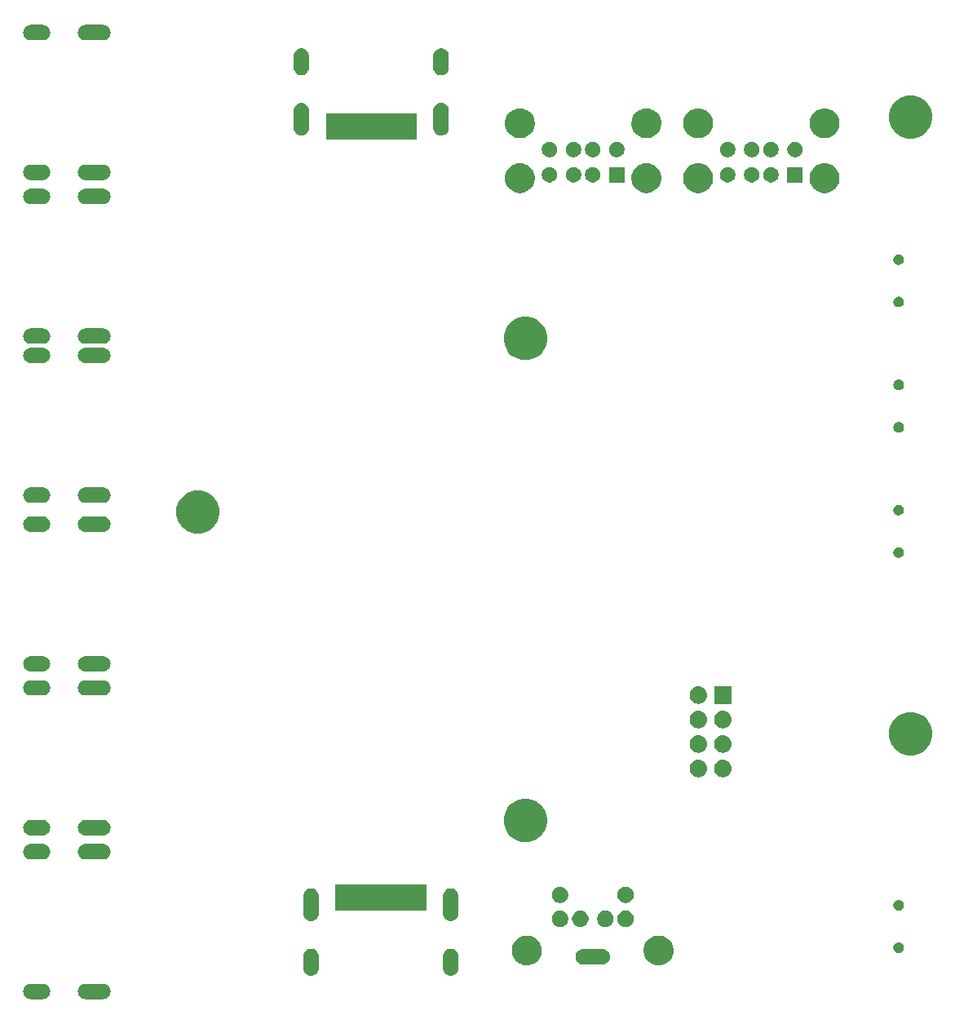
<source format=gbr>
G04 #@! TF.GenerationSoftware,KiCad,Pcbnew,5.1.2-f72e74a~84~ubuntu18.04.1*
G04 #@! TF.CreationDate,2019-07-30T17:28:06-04:00*
G04 #@! TF.ProjectId,kvm-base,6b766d2d-6261-4736-952e-6b696361645f,rev?*
G04 #@! TF.SameCoordinates,Original*
G04 #@! TF.FileFunction,Soldermask,Bot*
G04 #@! TF.FilePolarity,Negative*
%FSLAX46Y46*%
G04 Gerber Fmt 4.6, Leading zero omitted, Abs format (unit mm)*
G04 Created by KiCad (PCBNEW 5.1.2-f72e74a~84~ubuntu18.04.1) date 2019-07-30 17:28:06*
%MOMM*%
%LPD*%
G04 APERTURE LIST*
%ADD10C,0.100000*%
G04 APERTURE END LIST*
D10*
G36*
X31218571Y-119952863D02*
G01*
X31297023Y-119960590D01*
X31397682Y-119991125D01*
X31448013Y-120006392D01*
X31587165Y-120080771D01*
X31709133Y-120180867D01*
X31809229Y-120302835D01*
X31883608Y-120441987D01*
X31883608Y-120441988D01*
X31929410Y-120592977D01*
X31944875Y-120750000D01*
X31929410Y-120907023D01*
X31898875Y-121007682D01*
X31883608Y-121058013D01*
X31809229Y-121197165D01*
X31709133Y-121319133D01*
X31587165Y-121419229D01*
X31448013Y-121493608D01*
X31397682Y-121508875D01*
X31297023Y-121539410D01*
X31218571Y-121547137D01*
X31179346Y-121551000D01*
X29300654Y-121551000D01*
X29261429Y-121547137D01*
X29182977Y-121539410D01*
X29082318Y-121508875D01*
X29031987Y-121493608D01*
X28892835Y-121419229D01*
X28770867Y-121319133D01*
X28670771Y-121197165D01*
X28596392Y-121058013D01*
X28581125Y-121007682D01*
X28550590Y-120907023D01*
X28535125Y-120750000D01*
X28550590Y-120592977D01*
X28596392Y-120441988D01*
X28596392Y-120441987D01*
X28670771Y-120302835D01*
X28770867Y-120180867D01*
X28892835Y-120080771D01*
X29031987Y-120006392D01*
X29082318Y-119991125D01*
X29182977Y-119960590D01*
X29261429Y-119952863D01*
X29300654Y-119949000D01*
X31179346Y-119949000D01*
X31218571Y-119952863D01*
X31218571Y-119952863D01*
G37*
G36*
X24958571Y-119952863D02*
G01*
X25037023Y-119960590D01*
X25137682Y-119991125D01*
X25188013Y-120006392D01*
X25327165Y-120080771D01*
X25449133Y-120180867D01*
X25549229Y-120302835D01*
X25623608Y-120441987D01*
X25623608Y-120441988D01*
X25669410Y-120592977D01*
X25684875Y-120750000D01*
X25669410Y-120907023D01*
X25638875Y-121007682D01*
X25623608Y-121058013D01*
X25549229Y-121197165D01*
X25449133Y-121319133D01*
X25327165Y-121419229D01*
X25188013Y-121493608D01*
X25137682Y-121508875D01*
X25037023Y-121539410D01*
X24958571Y-121547137D01*
X24919346Y-121551000D01*
X23640654Y-121551000D01*
X23601429Y-121547137D01*
X23522977Y-121539410D01*
X23422318Y-121508875D01*
X23371987Y-121493608D01*
X23232835Y-121419229D01*
X23110867Y-121319133D01*
X23010771Y-121197165D01*
X22936392Y-121058013D01*
X22921125Y-121007682D01*
X22890590Y-120907023D01*
X22875125Y-120750000D01*
X22890590Y-120592977D01*
X22936392Y-120441988D01*
X22936392Y-120441987D01*
X23010771Y-120302835D01*
X23110867Y-120180867D01*
X23232835Y-120080771D01*
X23371987Y-120006392D01*
X23422318Y-119991125D01*
X23522977Y-119960590D01*
X23601429Y-119952863D01*
X23640654Y-119949000D01*
X24919346Y-119949000D01*
X24958571Y-119952863D01*
X24958571Y-119952863D01*
G37*
G36*
X67407023Y-116330590D02*
G01*
X67505920Y-116360590D01*
X67558013Y-116376392D01*
X67697165Y-116450771D01*
X67819133Y-116550867D01*
X67919229Y-116672835D01*
X67993608Y-116811987D01*
X68008875Y-116862318D01*
X68039410Y-116962977D01*
X68051000Y-117080655D01*
X68051000Y-118359345D01*
X68039410Y-118477023D01*
X68008875Y-118577682D01*
X67993608Y-118628013D01*
X67919230Y-118767164D01*
X67919229Y-118767165D01*
X67819133Y-118889133D01*
X67697164Y-118989229D01*
X67558012Y-119063608D01*
X67507681Y-119078875D01*
X67407022Y-119109410D01*
X67250000Y-119124875D01*
X67092977Y-119109410D01*
X66992318Y-119078875D01*
X66941987Y-119063608D01*
X66802835Y-118989229D01*
X66680867Y-118889133D01*
X66580771Y-118767164D01*
X66506393Y-118628013D01*
X66506392Y-118628012D01*
X66491125Y-118577681D01*
X66460590Y-118477022D01*
X66449000Y-118359344D01*
X66449001Y-117080655D01*
X66460591Y-116962977D01*
X66491126Y-116862318D01*
X66506393Y-116811987D01*
X66580772Y-116672835D01*
X66680868Y-116550867D01*
X66802836Y-116450771D01*
X66941988Y-116376392D01*
X66994081Y-116360590D01*
X67092978Y-116330590D01*
X67250000Y-116315125D01*
X67407023Y-116330590D01*
X67407023Y-116330590D01*
G37*
G36*
X52907023Y-116330590D02*
G01*
X53005920Y-116360590D01*
X53058013Y-116376392D01*
X53197165Y-116450771D01*
X53319133Y-116550867D01*
X53419229Y-116672835D01*
X53493608Y-116811987D01*
X53508875Y-116862318D01*
X53539410Y-116962977D01*
X53551000Y-117080655D01*
X53551000Y-118359345D01*
X53539410Y-118477023D01*
X53508875Y-118577682D01*
X53493608Y-118628013D01*
X53419230Y-118767164D01*
X53419229Y-118767165D01*
X53319133Y-118889133D01*
X53197164Y-118989229D01*
X53058012Y-119063608D01*
X53007681Y-119078875D01*
X52907022Y-119109410D01*
X52750000Y-119124875D01*
X52592977Y-119109410D01*
X52492318Y-119078875D01*
X52441987Y-119063608D01*
X52302835Y-118989229D01*
X52180867Y-118889133D01*
X52080771Y-118767164D01*
X52006393Y-118628013D01*
X52006392Y-118628012D01*
X51991125Y-118577681D01*
X51960590Y-118477022D01*
X51949000Y-118359344D01*
X51949001Y-117080655D01*
X51960591Y-116962977D01*
X51991126Y-116862318D01*
X52006393Y-116811987D01*
X52080772Y-116672835D01*
X52180868Y-116550867D01*
X52302836Y-116450771D01*
X52441988Y-116376392D01*
X52494081Y-116360590D01*
X52592978Y-116330590D01*
X52750000Y-116315125D01*
X52907023Y-116330590D01*
X52907023Y-116330590D01*
G37*
G36*
X89152585Y-114978802D02*
G01*
X89302410Y-115008604D01*
X89584674Y-115125521D01*
X89838705Y-115295259D01*
X90054741Y-115511295D01*
X90224479Y-115765326D01*
X90337953Y-116039279D01*
X90341396Y-116047591D01*
X90401000Y-116347239D01*
X90401000Y-116652761D01*
X90385671Y-116729825D01*
X90341396Y-116952410D01*
X90224479Y-117234674D01*
X90054741Y-117488705D01*
X89838705Y-117704741D01*
X89584674Y-117874479D01*
X89302410Y-117991396D01*
X89152585Y-118021198D01*
X89002761Y-118051000D01*
X88697239Y-118051000D01*
X88547415Y-118021198D01*
X88397590Y-117991396D01*
X88115326Y-117874479D01*
X87861295Y-117704741D01*
X87645259Y-117488705D01*
X87475521Y-117234674D01*
X87358604Y-116952410D01*
X87314329Y-116729825D01*
X87299000Y-116652761D01*
X87299000Y-116347239D01*
X87358604Y-116047591D01*
X87362047Y-116039279D01*
X87475521Y-115765326D01*
X87645259Y-115511295D01*
X87861295Y-115295259D01*
X88115326Y-115125521D01*
X88397590Y-115008604D01*
X88547415Y-114978802D01*
X88697239Y-114949000D01*
X89002761Y-114949000D01*
X89152585Y-114978802D01*
X89152585Y-114978802D01*
G37*
G36*
X75452585Y-114978802D02*
G01*
X75602410Y-115008604D01*
X75884674Y-115125521D01*
X76138705Y-115295259D01*
X76354741Y-115511295D01*
X76524479Y-115765326D01*
X76637953Y-116039279D01*
X76641396Y-116047591D01*
X76701000Y-116347239D01*
X76701000Y-116652761D01*
X76685671Y-116729825D01*
X76641396Y-116952410D01*
X76524479Y-117234674D01*
X76354741Y-117488705D01*
X76138705Y-117704741D01*
X75884674Y-117874479D01*
X75602410Y-117991396D01*
X75452585Y-118021198D01*
X75302761Y-118051000D01*
X74997239Y-118051000D01*
X74847415Y-118021198D01*
X74697590Y-117991396D01*
X74415326Y-117874479D01*
X74161295Y-117704741D01*
X73945259Y-117488705D01*
X73775521Y-117234674D01*
X73658604Y-116952410D01*
X73614329Y-116729825D01*
X73599000Y-116652761D01*
X73599000Y-116347239D01*
X73658604Y-116047591D01*
X73662047Y-116039279D01*
X73775521Y-115765326D01*
X73945259Y-115511295D01*
X74161295Y-115295259D01*
X74415326Y-115125521D01*
X74697590Y-115008604D01*
X74847415Y-114978802D01*
X74997239Y-114949000D01*
X75302761Y-114949000D01*
X75452585Y-114978802D01*
X75452585Y-114978802D01*
G37*
G36*
X83078571Y-116352863D02*
G01*
X83157023Y-116360590D01*
X83257682Y-116391125D01*
X83308013Y-116406392D01*
X83447165Y-116480771D01*
X83569133Y-116580867D01*
X83669229Y-116702835D01*
X83743608Y-116841987D01*
X83743608Y-116841988D01*
X83789410Y-116992977D01*
X83804875Y-117150000D01*
X83789410Y-117307023D01*
X83758875Y-117407682D01*
X83743608Y-117458013D01*
X83669229Y-117597165D01*
X83569133Y-117719133D01*
X83447165Y-117819229D01*
X83308013Y-117893608D01*
X83257682Y-117908875D01*
X83157023Y-117939410D01*
X83078571Y-117947137D01*
X83039346Y-117951000D01*
X80960654Y-117951000D01*
X80921429Y-117947137D01*
X80842977Y-117939410D01*
X80742318Y-117908875D01*
X80691987Y-117893608D01*
X80552835Y-117819229D01*
X80430867Y-117719133D01*
X80330771Y-117597165D01*
X80256392Y-117458013D01*
X80241125Y-117407682D01*
X80210590Y-117307023D01*
X80195125Y-117150000D01*
X80210590Y-116992977D01*
X80256392Y-116841988D01*
X80256392Y-116841987D01*
X80330771Y-116702835D01*
X80430867Y-116580867D01*
X80552835Y-116480771D01*
X80691987Y-116406392D01*
X80742318Y-116391125D01*
X80842977Y-116360590D01*
X80921429Y-116352863D01*
X80960654Y-116349000D01*
X83039346Y-116349000D01*
X83078571Y-116352863D01*
X83078571Y-116352863D01*
G37*
G36*
X113910721Y-115670174D02*
G01*
X114010995Y-115711709D01*
X114010996Y-115711710D01*
X114101242Y-115772010D01*
X114177990Y-115848758D01*
X114177991Y-115848760D01*
X114238291Y-115939005D01*
X114279826Y-116039279D01*
X114301000Y-116145730D01*
X114301000Y-116254270D01*
X114279826Y-116360721D01*
X114238291Y-116460995D01*
X114238290Y-116460996D01*
X114177990Y-116551242D01*
X114101242Y-116627990D01*
X114064171Y-116652760D01*
X114010995Y-116688291D01*
X113910721Y-116729826D01*
X113804270Y-116751000D01*
X113695730Y-116751000D01*
X113589279Y-116729826D01*
X113489005Y-116688291D01*
X113435829Y-116652760D01*
X113398758Y-116627990D01*
X113322010Y-116551242D01*
X113261710Y-116460996D01*
X113261709Y-116460995D01*
X113220174Y-116360721D01*
X113199000Y-116254270D01*
X113199000Y-116145730D01*
X113220174Y-116039279D01*
X113261709Y-115939005D01*
X113322009Y-115848760D01*
X113322010Y-115848758D01*
X113398758Y-115772010D01*
X113489004Y-115711710D01*
X113489005Y-115711709D01*
X113589279Y-115670174D01*
X113695730Y-115649000D01*
X113804270Y-115649000D01*
X113910721Y-115670174D01*
X113910721Y-115670174D01*
G37*
G36*
X78848228Y-112401703D02*
G01*
X79003100Y-112465853D01*
X79142481Y-112558985D01*
X79261015Y-112677519D01*
X79354147Y-112816900D01*
X79418297Y-112971772D01*
X79451000Y-113136184D01*
X79451000Y-113303816D01*
X79418297Y-113468228D01*
X79354147Y-113623100D01*
X79261015Y-113762481D01*
X79142481Y-113881015D01*
X79003100Y-113974147D01*
X78848228Y-114038297D01*
X78683816Y-114071000D01*
X78516184Y-114071000D01*
X78351772Y-114038297D01*
X78196900Y-113974147D01*
X78057519Y-113881015D01*
X77938985Y-113762481D01*
X77845853Y-113623100D01*
X77781703Y-113468228D01*
X77749000Y-113303816D01*
X77749000Y-113136184D01*
X77781703Y-112971772D01*
X77845853Y-112816900D01*
X77938985Y-112677519D01*
X78057519Y-112558985D01*
X78196900Y-112465853D01*
X78351772Y-112401703D01*
X78516184Y-112369000D01*
X78683816Y-112369000D01*
X78848228Y-112401703D01*
X78848228Y-112401703D01*
G37*
G36*
X80948228Y-112401703D02*
G01*
X81103100Y-112465853D01*
X81242481Y-112558985D01*
X81361015Y-112677519D01*
X81454147Y-112816900D01*
X81518297Y-112971772D01*
X81551000Y-113136184D01*
X81551000Y-113303816D01*
X81518297Y-113468228D01*
X81454147Y-113623100D01*
X81361015Y-113762481D01*
X81242481Y-113881015D01*
X81103100Y-113974147D01*
X80948228Y-114038297D01*
X80783816Y-114071000D01*
X80616184Y-114071000D01*
X80451772Y-114038297D01*
X80296900Y-113974147D01*
X80157519Y-113881015D01*
X80038985Y-113762481D01*
X79945853Y-113623100D01*
X79881703Y-113468228D01*
X79849000Y-113303816D01*
X79849000Y-113136184D01*
X79881703Y-112971772D01*
X79945853Y-112816900D01*
X80038985Y-112677519D01*
X80157519Y-112558985D01*
X80296900Y-112465853D01*
X80451772Y-112401703D01*
X80616184Y-112369000D01*
X80783816Y-112369000D01*
X80948228Y-112401703D01*
X80948228Y-112401703D01*
G37*
G36*
X83548228Y-112401703D02*
G01*
X83703100Y-112465853D01*
X83842481Y-112558985D01*
X83961015Y-112677519D01*
X84054147Y-112816900D01*
X84118297Y-112971772D01*
X84151000Y-113136184D01*
X84151000Y-113303816D01*
X84118297Y-113468228D01*
X84054147Y-113623100D01*
X83961015Y-113762481D01*
X83842481Y-113881015D01*
X83703100Y-113974147D01*
X83548228Y-114038297D01*
X83383816Y-114071000D01*
X83216184Y-114071000D01*
X83051772Y-114038297D01*
X82896900Y-113974147D01*
X82757519Y-113881015D01*
X82638985Y-113762481D01*
X82545853Y-113623100D01*
X82481703Y-113468228D01*
X82449000Y-113303816D01*
X82449000Y-113136184D01*
X82481703Y-112971772D01*
X82545853Y-112816900D01*
X82638985Y-112677519D01*
X82757519Y-112558985D01*
X82896900Y-112465853D01*
X83051772Y-112401703D01*
X83216184Y-112369000D01*
X83383816Y-112369000D01*
X83548228Y-112401703D01*
X83548228Y-112401703D01*
G37*
G36*
X85648228Y-112401703D02*
G01*
X85803100Y-112465853D01*
X85942481Y-112558985D01*
X86061015Y-112677519D01*
X86154147Y-112816900D01*
X86218297Y-112971772D01*
X86251000Y-113136184D01*
X86251000Y-113303816D01*
X86218297Y-113468228D01*
X86154147Y-113623100D01*
X86061015Y-113762481D01*
X85942481Y-113881015D01*
X85803100Y-113974147D01*
X85648228Y-114038297D01*
X85483816Y-114071000D01*
X85316184Y-114071000D01*
X85151772Y-114038297D01*
X84996900Y-113974147D01*
X84857519Y-113881015D01*
X84738985Y-113762481D01*
X84645853Y-113623100D01*
X84581703Y-113468228D01*
X84549000Y-113303816D01*
X84549000Y-113136184D01*
X84581703Y-112971772D01*
X84645853Y-112816900D01*
X84738985Y-112677519D01*
X84857519Y-112558985D01*
X84996900Y-112465853D01*
X85151772Y-112401703D01*
X85316184Y-112369000D01*
X85483816Y-112369000D01*
X85648228Y-112401703D01*
X85648228Y-112401703D01*
G37*
G36*
X67407023Y-110070590D02*
G01*
X67507682Y-110101125D01*
X67558013Y-110116392D01*
X67697165Y-110190771D01*
X67819133Y-110290867D01*
X67919229Y-110412835D01*
X67993608Y-110551987D01*
X67993608Y-110551988D01*
X68039410Y-110702977D01*
X68051000Y-110820655D01*
X68051000Y-112699345D01*
X68039410Y-112817023D01*
X68008875Y-112917682D01*
X67993608Y-112968013D01*
X67919230Y-113107164D01*
X67919229Y-113107165D01*
X67819133Y-113229133D01*
X67728131Y-113303815D01*
X67697164Y-113329229D01*
X67558012Y-113403608D01*
X67507681Y-113418875D01*
X67407022Y-113449410D01*
X67250000Y-113464875D01*
X67092977Y-113449410D01*
X66992318Y-113418875D01*
X66941987Y-113403608D01*
X66802835Y-113329229D01*
X66771868Y-113303815D01*
X66680867Y-113229133D01*
X66580771Y-113107164D01*
X66508402Y-112971772D01*
X66506392Y-112968012D01*
X66491125Y-112917681D01*
X66460590Y-112817022D01*
X66449000Y-112699344D01*
X66449001Y-110820655D01*
X66460591Y-110702977D01*
X66506393Y-110551988D01*
X66506393Y-110551987D01*
X66580772Y-110412835D01*
X66680868Y-110290867D01*
X66802836Y-110190771D01*
X66941988Y-110116392D01*
X66992319Y-110101125D01*
X67092978Y-110070590D01*
X67250000Y-110055125D01*
X67407023Y-110070590D01*
X67407023Y-110070590D01*
G37*
G36*
X52907023Y-110070590D02*
G01*
X53007682Y-110101125D01*
X53058013Y-110116392D01*
X53197165Y-110190771D01*
X53319133Y-110290867D01*
X53419229Y-110412835D01*
X53493608Y-110551987D01*
X53493608Y-110551988D01*
X53539410Y-110702977D01*
X53551000Y-110820655D01*
X53551000Y-112699345D01*
X53539410Y-112817023D01*
X53508875Y-112917682D01*
X53493608Y-112968013D01*
X53419230Y-113107164D01*
X53419229Y-113107165D01*
X53319133Y-113229133D01*
X53228131Y-113303815D01*
X53197164Y-113329229D01*
X53058012Y-113403608D01*
X53007681Y-113418875D01*
X52907022Y-113449410D01*
X52750000Y-113464875D01*
X52592977Y-113449410D01*
X52492318Y-113418875D01*
X52441987Y-113403608D01*
X52302835Y-113329229D01*
X52271868Y-113303815D01*
X52180867Y-113229133D01*
X52080771Y-113107164D01*
X52008402Y-112971772D01*
X52006392Y-112968012D01*
X51991125Y-112917681D01*
X51960590Y-112817022D01*
X51949000Y-112699344D01*
X51949001Y-110820655D01*
X51960591Y-110702977D01*
X52006393Y-110551988D01*
X52006393Y-110551987D01*
X52080772Y-110412835D01*
X52180868Y-110290867D01*
X52302836Y-110190771D01*
X52441988Y-110116392D01*
X52492319Y-110101125D01*
X52592978Y-110070590D01*
X52750000Y-110055125D01*
X52907023Y-110070590D01*
X52907023Y-110070590D01*
G37*
G36*
X64701000Y-112351000D02*
G01*
X55299000Y-112351000D01*
X55299000Y-109649000D01*
X64701000Y-109649000D01*
X64701000Y-112351000D01*
X64701000Y-112351000D01*
G37*
G36*
X113910721Y-111270174D02*
G01*
X114010995Y-111311709D01*
X114010996Y-111311710D01*
X114101242Y-111372010D01*
X114177990Y-111448758D01*
X114177991Y-111448760D01*
X114238291Y-111539005D01*
X114279826Y-111639279D01*
X114301000Y-111745730D01*
X114301000Y-111854270D01*
X114279826Y-111960721D01*
X114238291Y-112060995D01*
X114238290Y-112060996D01*
X114177990Y-112151242D01*
X114101242Y-112227990D01*
X114055812Y-112258345D01*
X114010995Y-112288291D01*
X113910721Y-112329826D01*
X113804270Y-112351000D01*
X113695730Y-112351000D01*
X113589279Y-112329826D01*
X113489005Y-112288291D01*
X113444188Y-112258345D01*
X113398758Y-112227990D01*
X113322010Y-112151242D01*
X113261710Y-112060996D01*
X113261709Y-112060995D01*
X113220174Y-111960721D01*
X113199000Y-111854270D01*
X113199000Y-111745730D01*
X113220174Y-111639279D01*
X113261709Y-111539005D01*
X113322009Y-111448760D01*
X113322010Y-111448758D01*
X113398758Y-111372010D01*
X113489004Y-111311710D01*
X113489005Y-111311709D01*
X113589279Y-111270174D01*
X113695730Y-111249000D01*
X113804270Y-111249000D01*
X113910721Y-111270174D01*
X113910721Y-111270174D01*
G37*
G36*
X85648228Y-109901703D02*
G01*
X85803100Y-109965853D01*
X85942481Y-110058985D01*
X86061015Y-110177519D01*
X86154147Y-110316900D01*
X86218297Y-110471772D01*
X86251000Y-110636184D01*
X86251000Y-110803816D01*
X86218297Y-110968228D01*
X86154147Y-111123100D01*
X86061015Y-111262481D01*
X85942481Y-111381015D01*
X85803100Y-111474147D01*
X85648228Y-111538297D01*
X85483816Y-111571000D01*
X85316184Y-111571000D01*
X85151772Y-111538297D01*
X84996900Y-111474147D01*
X84857519Y-111381015D01*
X84738985Y-111262481D01*
X84645853Y-111123100D01*
X84581703Y-110968228D01*
X84549000Y-110803816D01*
X84549000Y-110636184D01*
X84581703Y-110471772D01*
X84645853Y-110316900D01*
X84738985Y-110177519D01*
X84857519Y-110058985D01*
X84996900Y-109965853D01*
X85151772Y-109901703D01*
X85316184Y-109869000D01*
X85483816Y-109869000D01*
X85648228Y-109901703D01*
X85648228Y-109901703D01*
G37*
G36*
X78848228Y-109901703D02*
G01*
X79003100Y-109965853D01*
X79142481Y-110058985D01*
X79261015Y-110177519D01*
X79354147Y-110316900D01*
X79418297Y-110471772D01*
X79451000Y-110636184D01*
X79451000Y-110803816D01*
X79418297Y-110968228D01*
X79354147Y-111123100D01*
X79261015Y-111262481D01*
X79142481Y-111381015D01*
X79003100Y-111474147D01*
X78848228Y-111538297D01*
X78683816Y-111571000D01*
X78516184Y-111571000D01*
X78351772Y-111538297D01*
X78196900Y-111474147D01*
X78057519Y-111381015D01*
X77938985Y-111262481D01*
X77845853Y-111123100D01*
X77781703Y-110968228D01*
X77749000Y-110803816D01*
X77749000Y-110636184D01*
X77781703Y-110471772D01*
X77845853Y-110316900D01*
X77938985Y-110177519D01*
X78057519Y-110058985D01*
X78196900Y-109965853D01*
X78351772Y-109901703D01*
X78516184Y-109869000D01*
X78683816Y-109869000D01*
X78848228Y-109901703D01*
X78848228Y-109901703D01*
G37*
G36*
X24958571Y-105452863D02*
G01*
X25037023Y-105460590D01*
X25137682Y-105491125D01*
X25188013Y-105506392D01*
X25327165Y-105580771D01*
X25449133Y-105680867D01*
X25549229Y-105802835D01*
X25623608Y-105941987D01*
X25623608Y-105941988D01*
X25669410Y-106092977D01*
X25684875Y-106250000D01*
X25669410Y-106407023D01*
X25638875Y-106507682D01*
X25623608Y-106558013D01*
X25549229Y-106697165D01*
X25449133Y-106819133D01*
X25327165Y-106919229D01*
X25188013Y-106993608D01*
X25137682Y-107008875D01*
X25037023Y-107039410D01*
X24958571Y-107047137D01*
X24919346Y-107051000D01*
X23640654Y-107051000D01*
X23601429Y-107047137D01*
X23522977Y-107039410D01*
X23422318Y-107008875D01*
X23371987Y-106993608D01*
X23232835Y-106919229D01*
X23110867Y-106819133D01*
X23010771Y-106697165D01*
X22936392Y-106558013D01*
X22921125Y-106507682D01*
X22890590Y-106407023D01*
X22875125Y-106250000D01*
X22890590Y-106092977D01*
X22936392Y-105941988D01*
X22936392Y-105941987D01*
X23010771Y-105802835D01*
X23110867Y-105680867D01*
X23232835Y-105580771D01*
X23371987Y-105506392D01*
X23422318Y-105491125D01*
X23522977Y-105460590D01*
X23601429Y-105452863D01*
X23640654Y-105449000D01*
X24919346Y-105449000D01*
X24958571Y-105452863D01*
X24958571Y-105452863D01*
G37*
G36*
X31218571Y-105452863D02*
G01*
X31297023Y-105460590D01*
X31397682Y-105491125D01*
X31448013Y-105506392D01*
X31587165Y-105580771D01*
X31709133Y-105680867D01*
X31809229Y-105802835D01*
X31883608Y-105941987D01*
X31883608Y-105941988D01*
X31929410Y-106092977D01*
X31944875Y-106250000D01*
X31929410Y-106407023D01*
X31898875Y-106507682D01*
X31883608Y-106558013D01*
X31809229Y-106697165D01*
X31709133Y-106819133D01*
X31587165Y-106919229D01*
X31448013Y-106993608D01*
X31397682Y-107008875D01*
X31297023Y-107039410D01*
X31218571Y-107047137D01*
X31179346Y-107051000D01*
X29300654Y-107051000D01*
X29261429Y-107047137D01*
X29182977Y-107039410D01*
X29082318Y-107008875D01*
X29031987Y-106993608D01*
X28892835Y-106919229D01*
X28770867Y-106819133D01*
X28670771Y-106697165D01*
X28596392Y-106558013D01*
X28581125Y-106507682D01*
X28550590Y-106407023D01*
X28535125Y-106250000D01*
X28550590Y-106092977D01*
X28596392Y-105941988D01*
X28596392Y-105941987D01*
X28670771Y-105802835D01*
X28770867Y-105680867D01*
X28892835Y-105580771D01*
X29031987Y-105506392D01*
X29082318Y-105491125D01*
X29182977Y-105460590D01*
X29261429Y-105452863D01*
X29300654Y-105449000D01*
X31179346Y-105449000D01*
X31218571Y-105452863D01*
X31218571Y-105452863D01*
G37*
G36*
X75275880Y-100759776D02*
G01*
X75656593Y-100835504D01*
X76066249Y-101005189D01*
X76434929Y-101251534D01*
X76748466Y-101565071D01*
X76994811Y-101933751D01*
X77164496Y-102343407D01*
X77251000Y-102778296D01*
X77251000Y-103221704D01*
X77164496Y-103656593D01*
X76994811Y-104066249D01*
X76748466Y-104434929D01*
X76434929Y-104748466D01*
X76066249Y-104994811D01*
X75656593Y-105164496D01*
X75275880Y-105240224D01*
X75221705Y-105251000D01*
X74778295Y-105251000D01*
X74724120Y-105240224D01*
X74343407Y-105164496D01*
X73933751Y-104994811D01*
X73565071Y-104748466D01*
X73251534Y-104434929D01*
X73005189Y-104066249D01*
X72835504Y-103656593D01*
X72749000Y-103221704D01*
X72749000Y-102778296D01*
X72835504Y-102343407D01*
X73005189Y-101933751D01*
X73251534Y-101565071D01*
X73565071Y-101251534D01*
X73933751Y-101005189D01*
X74343407Y-100835504D01*
X74724120Y-100759776D01*
X74778295Y-100749000D01*
X75221705Y-100749000D01*
X75275880Y-100759776D01*
X75275880Y-100759776D01*
G37*
G36*
X31218571Y-102952863D02*
G01*
X31297023Y-102960590D01*
X31397682Y-102991125D01*
X31448013Y-103006392D01*
X31587165Y-103080771D01*
X31709133Y-103180867D01*
X31809229Y-103302835D01*
X31883608Y-103441987D01*
X31883608Y-103441988D01*
X31929410Y-103592977D01*
X31944875Y-103750000D01*
X31929410Y-103907023D01*
X31908249Y-103976781D01*
X31883608Y-104058013D01*
X31809229Y-104197165D01*
X31709133Y-104319133D01*
X31587165Y-104419229D01*
X31448013Y-104493608D01*
X31397682Y-104508875D01*
X31297023Y-104539410D01*
X31218571Y-104547137D01*
X31179346Y-104551000D01*
X29300654Y-104551000D01*
X29261429Y-104547137D01*
X29182977Y-104539410D01*
X29082318Y-104508875D01*
X29031987Y-104493608D01*
X28892835Y-104419229D01*
X28770867Y-104319133D01*
X28670771Y-104197165D01*
X28596392Y-104058013D01*
X28571751Y-103976781D01*
X28550590Y-103907023D01*
X28535125Y-103750000D01*
X28550590Y-103592977D01*
X28596392Y-103441988D01*
X28596392Y-103441987D01*
X28670771Y-103302835D01*
X28770867Y-103180867D01*
X28892835Y-103080771D01*
X29031987Y-103006392D01*
X29082318Y-102991125D01*
X29182977Y-102960590D01*
X29261429Y-102952863D01*
X29300654Y-102949000D01*
X31179346Y-102949000D01*
X31218571Y-102952863D01*
X31218571Y-102952863D01*
G37*
G36*
X24958571Y-102952863D02*
G01*
X25037023Y-102960590D01*
X25137682Y-102991125D01*
X25188013Y-103006392D01*
X25327165Y-103080771D01*
X25449133Y-103180867D01*
X25549229Y-103302835D01*
X25623608Y-103441987D01*
X25623608Y-103441988D01*
X25669410Y-103592977D01*
X25684875Y-103750000D01*
X25669410Y-103907023D01*
X25648249Y-103976781D01*
X25623608Y-104058013D01*
X25549229Y-104197165D01*
X25449133Y-104319133D01*
X25327165Y-104419229D01*
X25188013Y-104493608D01*
X25137682Y-104508875D01*
X25037023Y-104539410D01*
X24958571Y-104547137D01*
X24919346Y-104551000D01*
X23640654Y-104551000D01*
X23601429Y-104547137D01*
X23522977Y-104539410D01*
X23422318Y-104508875D01*
X23371987Y-104493608D01*
X23232835Y-104419229D01*
X23110867Y-104319133D01*
X23010771Y-104197165D01*
X22936392Y-104058013D01*
X22911751Y-103976781D01*
X22890590Y-103907023D01*
X22875125Y-103750000D01*
X22890590Y-103592977D01*
X22936392Y-103441988D01*
X22936392Y-103441987D01*
X23010771Y-103302835D01*
X23110867Y-103180867D01*
X23232835Y-103080771D01*
X23371987Y-103006392D01*
X23422318Y-102991125D01*
X23522977Y-102960590D01*
X23601429Y-102952863D01*
X23640654Y-102949000D01*
X24919346Y-102949000D01*
X24958571Y-102952863D01*
X24958571Y-102952863D01*
G37*
G36*
X93070442Y-96725518D02*
G01*
X93136627Y-96732037D01*
X93306466Y-96783557D01*
X93462991Y-96867222D01*
X93498729Y-96896552D01*
X93600186Y-96979814D01*
X93683448Y-97081271D01*
X93712778Y-97117009D01*
X93796443Y-97273534D01*
X93847963Y-97443373D01*
X93865359Y-97620000D01*
X93847963Y-97796627D01*
X93796443Y-97966466D01*
X93712778Y-98122991D01*
X93683448Y-98158729D01*
X93600186Y-98260186D01*
X93498729Y-98343448D01*
X93462991Y-98372778D01*
X93306466Y-98456443D01*
X93136627Y-98507963D01*
X93070442Y-98514482D01*
X93004260Y-98521000D01*
X92915740Y-98521000D01*
X92849558Y-98514482D01*
X92783373Y-98507963D01*
X92613534Y-98456443D01*
X92457009Y-98372778D01*
X92421271Y-98343448D01*
X92319814Y-98260186D01*
X92236552Y-98158729D01*
X92207222Y-98122991D01*
X92123557Y-97966466D01*
X92072037Y-97796627D01*
X92054641Y-97620000D01*
X92072037Y-97443373D01*
X92123557Y-97273534D01*
X92207222Y-97117009D01*
X92236552Y-97081271D01*
X92319814Y-96979814D01*
X92421271Y-96896552D01*
X92457009Y-96867222D01*
X92613534Y-96783557D01*
X92783373Y-96732037D01*
X92849558Y-96725518D01*
X92915740Y-96719000D01*
X93004260Y-96719000D01*
X93070442Y-96725518D01*
X93070442Y-96725518D01*
G37*
G36*
X95610442Y-96725518D02*
G01*
X95676627Y-96732037D01*
X95846466Y-96783557D01*
X96002991Y-96867222D01*
X96038729Y-96896552D01*
X96140186Y-96979814D01*
X96223448Y-97081271D01*
X96252778Y-97117009D01*
X96336443Y-97273534D01*
X96387963Y-97443373D01*
X96405359Y-97620000D01*
X96387963Y-97796627D01*
X96336443Y-97966466D01*
X96252778Y-98122991D01*
X96223448Y-98158729D01*
X96140186Y-98260186D01*
X96038729Y-98343448D01*
X96002991Y-98372778D01*
X95846466Y-98456443D01*
X95676627Y-98507963D01*
X95610442Y-98514482D01*
X95544260Y-98521000D01*
X95455740Y-98521000D01*
X95389558Y-98514482D01*
X95323373Y-98507963D01*
X95153534Y-98456443D01*
X94997009Y-98372778D01*
X94961271Y-98343448D01*
X94859814Y-98260186D01*
X94776552Y-98158729D01*
X94747222Y-98122991D01*
X94663557Y-97966466D01*
X94612037Y-97796627D01*
X94594641Y-97620000D01*
X94612037Y-97443373D01*
X94663557Y-97273534D01*
X94747222Y-97117009D01*
X94776552Y-97081271D01*
X94859814Y-96979814D01*
X94961271Y-96896552D01*
X94997009Y-96867222D01*
X95153534Y-96783557D01*
X95323373Y-96732037D01*
X95389558Y-96725518D01*
X95455740Y-96719000D01*
X95544260Y-96719000D01*
X95610442Y-96725518D01*
X95610442Y-96725518D01*
G37*
G36*
X115275880Y-91759776D02*
G01*
X115656593Y-91835504D01*
X116066249Y-92005189D01*
X116434929Y-92251534D01*
X116748466Y-92565071D01*
X116994811Y-92933751D01*
X117164496Y-93343407D01*
X117251000Y-93778296D01*
X117251000Y-94221704D01*
X117164496Y-94656593D01*
X116994811Y-95066249D01*
X116748466Y-95434929D01*
X116434929Y-95748466D01*
X116066249Y-95994811D01*
X115656593Y-96164496D01*
X115275880Y-96240224D01*
X115221705Y-96251000D01*
X114778295Y-96251000D01*
X114724120Y-96240224D01*
X114343407Y-96164496D01*
X113933751Y-95994811D01*
X113565071Y-95748466D01*
X113251534Y-95434929D01*
X113005189Y-95066249D01*
X112835504Y-94656593D01*
X112749000Y-94221704D01*
X112749000Y-93778296D01*
X112835504Y-93343407D01*
X113005189Y-92933751D01*
X113251534Y-92565071D01*
X113565071Y-92251534D01*
X113933751Y-92005189D01*
X114343407Y-91835504D01*
X114724120Y-91759776D01*
X114778295Y-91749000D01*
X115221705Y-91749000D01*
X115275880Y-91759776D01*
X115275880Y-91759776D01*
G37*
G36*
X95610443Y-94185519D02*
G01*
X95676627Y-94192037D01*
X95846466Y-94243557D01*
X96002991Y-94327222D01*
X96037278Y-94355361D01*
X96140186Y-94439814D01*
X96223448Y-94541271D01*
X96252778Y-94577009D01*
X96336443Y-94733534D01*
X96387963Y-94903373D01*
X96405359Y-95080000D01*
X96387963Y-95256627D01*
X96336443Y-95426466D01*
X96252778Y-95582991D01*
X96230198Y-95610505D01*
X96140186Y-95720186D01*
X96038729Y-95803448D01*
X96002991Y-95832778D01*
X95846466Y-95916443D01*
X95676627Y-95967963D01*
X95610442Y-95974482D01*
X95544260Y-95981000D01*
X95455740Y-95981000D01*
X95389558Y-95974482D01*
X95323373Y-95967963D01*
X95153534Y-95916443D01*
X94997009Y-95832778D01*
X94961271Y-95803448D01*
X94859814Y-95720186D01*
X94769802Y-95610505D01*
X94747222Y-95582991D01*
X94663557Y-95426466D01*
X94612037Y-95256627D01*
X94594641Y-95080000D01*
X94612037Y-94903373D01*
X94663557Y-94733534D01*
X94747222Y-94577009D01*
X94776552Y-94541271D01*
X94859814Y-94439814D01*
X94962722Y-94355361D01*
X94997009Y-94327222D01*
X95153534Y-94243557D01*
X95323373Y-94192037D01*
X95389557Y-94185519D01*
X95455740Y-94179000D01*
X95544260Y-94179000D01*
X95610443Y-94185519D01*
X95610443Y-94185519D01*
G37*
G36*
X93070443Y-94185519D02*
G01*
X93136627Y-94192037D01*
X93306466Y-94243557D01*
X93462991Y-94327222D01*
X93497278Y-94355361D01*
X93600186Y-94439814D01*
X93683448Y-94541271D01*
X93712778Y-94577009D01*
X93796443Y-94733534D01*
X93847963Y-94903373D01*
X93865359Y-95080000D01*
X93847963Y-95256627D01*
X93796443Y-95426466D01*
X93712778Y-95582991D01*
X93690198Y-95610505D01*
X93600186Y-95720186D01*
X93498729Y-95803448D01*
X93462991Y-95832778D01*
X93306466Y-95916443D01*
X93136627Y-95967963D01*
X93070442Y-95974482D01*
X93004260Y-95981000D01*
X92915740Y-95981000D01*
X92849558Y-95974482D01*
X92783373Y-95967963D01*
X92613534Y-95916443D01*
X92457009Y-95832778D01*
X92421271Y-95803448D01*
X92319814Y-95720186D01*
X92229802Y-95610505D01*
X92207222Y-95582991D01*
X92123557Y-95426466D01*
X92072037Y-95256627D01*
X92054641Y-95080000D01*
X92072037Y-94903373D01*
X92123557Y-94733534D01*
X92207222Y-94577009D01*
X92236552Y-94541271D01*
X92319814Y-94439814D01*
X92422722Y-94355361D01*
X92457009Y-94327222D01*
X92613534Y-94243557D01*
X92783373Y-94192037D01*
X92849557Y-94185519D01*
X92915740Y-94179000D01*
X93004260Y-94179000D01*
X93070443Y-94185519D01*
X93070443Y-94185519D01*
G37*
G36*
X93070442Y-91645518D02*
G01*
X93136627Y-91652037D01*
X93306466Y-91703557D01*
X93462991Y-91787222D01*
X93498729Y-91816552D01*
X93600186Y-91899814D01*
X93678006Y-91994639D01*
X93712778Y-92037009D01*
X93796443Y-92193534D01*
X93847963Y-92363373D01*
X93865359Y-92540000D01*
X93847963Y-92716627D01*
X93796443Y-92886466D01*
X93712778Y-93042991D01*
X93683448Y-93078729D01*
X93600186Y-93180186D01*
X93498729Y-93263448D01*
X93462991Y-93292778D01*
X93306466Y-93376443D01*
X93136627Y-93427963D01*
X93070443Y-93434481D01*
X93004260Y-93441000D01*
X92915740Y-93441000D01*
X92849557Y-93434481D01*
X92783373Y-93427963D01*
X92613534Y-93376443D01*
X92457009Y-93292778D01*
X92421271Y-93263448D01*
X92319814Y-93180186D01*
X92236552Y-93078729D01*
X92207222Y-93042991D01*
X92123557Y-92886466D01*
X92072037Y-92716627D01*
X92054641Y-92540000D01*
X92072037Y-92363373D01*
X92123557Y-92193534D01*
X92207222Y-92037009D01*
X92241994Y-91994639D01*
X92319814Y-91899814D01*
X92421271Y-91816552D01*
X92457009Y-91787222D01*
X92613534Y-91703557D01*
X92783373Y-91652037D01*
X92849558Y-91645518D01*
X92915740Y-91639000D01*
X93004260Y-91639000D01*
X93070442Y-91645518D01*
X93070442Y-91645518D01*
G37*
G36*
X95610442Y-91645518D02*
G01*
X95676627Y-91652037D01*
X95846466Y-91703557D01*
X96002991Y-91787222D01*
X96038729Y-91816552D01*
X96140186Y-91899814D01*
X96218006Y-91994639D01*
X96252778Y-92037009D01*
X96336443Y-92193534D01*
X96387963Y-92363373D01*
X96405359Y-92540000D01*
X96387963Y-92716627D01*
X96336443Y-92886466D01*
X96252778Y-93042991D01*
X96223448Y-93078729D01*
X96140186Y-93180186D01*
X96038729Y-93263448D01*
X96002991Y-93292778D01*
X95846466Y-93376443D01*
X95676627Y-93427963D01*
X95610443Y-93434481D01*
X95544260Y-93441000D01*
X95455740Y-93441000D01*
X95389557Y-93434481D01*
X95323373Y-93427963D01*
X95153534Y-93376443D01*
X94997009Y-93292778D01*
X94961271Y-93263448D01*
X94859814Y-93180186D01*
X94776552Y-93078729D01*
X94747222Y-93042991D01*
X94663557Y-92886466D01*
X94612037Y-92716627D01*
X94594641Y-92540000D01*
X94612037Y-92363373D01*
X94663557Y-92193534D01*
X94747222Y-92037009D01*
X94781994Y-91994639D01*
X94859814Y-91899814D01*
X94961271Y-91816552D01*
X94997009Y-91787222D01*
X95153534Y-91703557D01*
X95323373Y-91652037D01*
X95389558Y-91645518D01*
X95455740Y-91639000D01*
X95544260Y-91639000D01*
X95610442Y-91645518D01*
X95610442Y-91645518D01*
G37*
G36*
X96401000Y-90901000D02*
G01*
X94599000Y-90901000D01*
X94599000Y-89099000D01*
X96401000Y-89099000D01*
X96401000Y-90901000D01*
X96401000Y-90901000D01*
G37*
G36*
X93070443Y-89105519D02*
G01*
X93136627Y-89112037D01*
X93306466Y-89163557D01*
X93462991Y-89247222D01*
X93498729Y-89276552D01*
X93600186Y-89359814D01*
X93683448Y-89461271D01*
X93712778Y-89497009D01*
X93796443Y-89653534D01*
X93847963Y-89823373D01*
X93865359Y-90000000D01*
X93847963Y-90176627D01*
X93796443Y-90346466D01*
X93712778Y-90502991D01*
X93683448Y-90538729D01*
X93600186Y-90640186D01*
X93498729Y-90723448D01*
X93462991Y-90752778D01*
X93306466Y-90836443D01*
X93136627Y-90887963D01*
X93070443Y-90894481D01*
X93004260Y-90901000D01*
X92915740Y-90901000D01*
X92849557Y-90894481D01*
X92783373Y-90887963D01*
X92613534Y-90836443D01*
X92457009Y-90752778D01*
X92421271Y-90723448D01*
X92319814Y-90640186D01*
X92236552Y-90538729D01*
X92207222Y-90502991D01*
X92123557Y-90346466D01*
X92072037Y-90176627D01*
X92054641Y-90000000D01*
X92072037Y-89823373D01*
X92123557Y-89653534D01*
X92207222Y-89497009D01*
X92236552Y-89461271D01*
X92319814Y-89359814D01*
X92421271Y-89276552D01*
X92457009Y-89247222D01*
X92613534Y-89163557D01*
X92783373Y-89112037D01*
X92849557Y-89105519D01*
X92915740Y-89099000D01*
X93004260Y-89099000D01*
X93070443Y-89105519D01*
X93070443Y-89105519D01*
G37*
G36*
X31218571Y-88452863D02*
G01*
X31297023Y-88460590D01*
X31397682Y-88491125D01*
X31448013Y-88506392D01*
X31587165Y-88580771D01*
X31709133Y-88680867D01*
X31809229Y-88802835D01*
X31883608Y-88941987D01*
X31883608Y-88941988D01*
X31929410Y-89092977D01*
X31944875Y-89250000D01*
X31929410Y-89407023D01*
X31902113Y-89497009D01*
X31883608Y-89558013D01*
X31809229Y-89697165D01*
X31709133Y-89819133D01*
X31587165Y-89919229D01*
X31448013Y-89993608D01*
X31397682Y-90008875D01*
X31297023Y-90039410D01*
X31218571Y-90047137D01*
X31179346Y-90051000D01*
X29300654Y-90051000D01*
X29261429Y-90047137D01*
X29182977Y-90039410D01*
X29082318Y-90008875D01*
X29031987Y-89993608D01*
X28892835Y-89919229D01*
X28770867Y-89819133D01*
X28670771Y-89697165D01*
X28596392Y-89558013D01*
X28577887Y-89497009D01*
X28550590Y-89407023D01*
X28535125Y-89250000D01*
X28550590Y-89092977D01*
X28596392Y-88941988D01*
X28596392Y-88941987D01*
X28670771Y-88802835D01*
X28770867Y-88680867D01*
X28892835Y-88580771D01*
X29031987Y-88506392D01*
X29082318Y-88491125D01*
X29182977Y-88460590D01*
X29261429Y-88452863D01*
X29300654Y-88449000D01*
X31179346Y-88449000D01*
X31218571Y-88452863D01*
X31218571Y-88452863D01*
G37*
G36*
X24958571Y-88452863D02*
G01*
X25037023Y-88460590D01*
X25137682Y-88491125D01*
X25188013Y-88506392D01*
X25327165Y-88580771D01*
X25449133Y-88680867D01*
X25549229Y-88802835D01*
X25623608Y-88941987D01*
X25623608Y-88941988D01*
X25669410Y-89092977D01*
X25684875Y-89250000D01*
X25669410Y-89407023D01*
X25642113Y-89497009D01*
X25623608Y-89558013D01*
X25549229Y-89697165D01*
X25449133Y-89819133D01*
X25327165Y-89919229D01*
X25188013Y-89993608D01*
X25137682Y-90008875D01*
X25037023Y-90039410D01*
X24958571Y-90047137D01*
X24919346Y-90051000D01*
X23640654Y-90051000D01*
X23601429Y-90047137D01*
X23522977Y-90039410D01*
X23422318Y-90008875D01*
X23371987Y-89993608D01*
X23232835Y-89919229D01*
X23110867Y-89819133D01*
X23010771Y-89697165D01*
X22936392Y-89558013D01*
X22917887Y-89497009D01*
X22890590Y-89407023D01*
X22875125Y-89250000D01*
X22890590Y-89092977D01*
X22936392Y-88941988D01*
X22936392Y-88941987D01*
X23010771Y-88802835D01*
X23110867Y-88680867D01*
X23232835Y-88580771D01*
X23371987Y-88506392D01*
X23422318Y-88491125D01*
X23522977Y-88460590D01*
X23601429Y-88452863D01*
X23640654Y-88449000D01*
X24919346Y-88449000D01*
X24958571Y-88452863D01*
X24958571Y-88452863D01*
G37*
G36*
X24958571Y-85952863D02*
G01*
X25037023Y-85960590D01*
X25137682Y-85991125D01*
X25188013Y-86006392D01*
X25327165Y-86080771D01*
X25449133Y-86180867D01*
X25549229Y-86302835D01*
X25623608Y-86441987D01*
X25623608Y-86441988D01*
X25669410Y-86592977D01*
X25684875Y-86750000D01*
X25669410Y-86907023D01*
X25638875Y-87007682D01*
X25623608Y-87058013D01*
X25549229Y-87197165D01*
X25449133Y-87319133D01*
X25327165Y-87419229D01*
X25188013Y-87493608D01*
X25137682Y-87508875D01*
X25037023Y-87539410D01*
X24958571Y-87547137D01*
X24919346Y-87551000D01*
X23640654Y-87551000D01*
X23601429Y-87547137D01*
X23522977Y-87539410D01*
X23422318Y-87508875D01*
X23371987Y-87493608D01*
X23232835Y-87419229D01*
X23110867Y-87319133D01*
X23010771Y-87197165D01*
X22936392Y-87058013D01*
X22921125Y-87007682D01*
X22890590Y-86907023D01*
X22875125Y-86750000D01*
X22890590Y-86592977D01*
X22936392Y-86441988D01*
X22936392Y-86441987D01*
X23010771Y-86302835D01*
X23110867Y-86180867D01*
X23232835Y-86080771D01*
X23371987Y-86006392D01*
X23422318Y-85991125D01*
X23522977Y-85960590D01*
X23601429Y-85952863D01*
X23640654Y-85949000D01*
X24919346Y-85949000D01*
X24958571Y-85952863D01*
X24958571Y-85952863D01*
G37*
G36*
X31218571Y-85952863D02*
G01*
X31297023Y-85960590D01*
X31397682Y-85991125D01*
X31448013Y-86006392D01*
X31587165Y-86080771D01*
X31709133Y-86180867D01*
X31809229Y-86302835D01*
X31883608Y-86441987D01*
X31883608Y-86441988D01*
X31929410Y-86592977D01*
X31944875Y-86750000D01*
X31929410Y-86907023D01*
X31898875Y-87007682D01*
X31883608Y-87058013D01*
X31809229Y-87197165D01*
X31709133Y-87319133D01*
X31587165Y-87419229D01*
X31448013Y-87493608D01*
X31397682Y-87508875D01*
X31297023Y-87539410D01*
X31218571Y-87547137D01*
X31179346Y-87551000D01*
X29300654Y-87551000D01*
X29261429Y-87547137D01*
X29182977Y-87539410D01*
X29082318Y-87508875D01*
X29031987Y-87493608D01*
X28892835Y-87419229D01*
X28770867Y-87319133D01*
X28670771Y-87197165D01*
X28596392Y-87058013D01*
X28581125Y-87007682D01*
X28550590Y-86907023D01*
X28535125Y-86750000D01*
X28550590Y-86592977D01*
X28596392Y-86441988D01*
X28596392Y-86441987D01*
X28670771Y-86302835D01*
X28770867Y-86180867D01*
X28892835Y-86080771D01*
X29031987Y-86006392D01*
X29082318Y-85991125D01*
X29182977Y-85960590D01*
X29261429Y-85952863D01*
X29300654Y-85949000D01*
X31179346Y-85949000D01*
X31218571Y-85952863D01*
X31218571Y-85952863D01*
G37*
G36*
X113910721Y-74670174D02*
G01*
X114010995Y-74711709D01*
X114010996Y-74711710D01*
X114101242Y-74772010D01*
X114177990Y-74848758D01*
X114177991Y-74848760D01*
X114238291Y-74939005D01*
X114279826Y-75039279D01*
X114301000Y-75145730D01*
X114301000Y-75254270D01*
X114279826Y-75360721D01*
X114238291Y-75460995D01*
X114238290Y-75460996D01*
X114177990Y-75551242D01*
X114101242Y-75627990D01*
X114055812Y-75658345D01*
X114010995Y-75688291D01*
X113910721Y-75729826D01*
X113804270Y-75751000D01*
X113695730Y-75751000D01*
X113589279Y-75729826D01*
X113489005Y-75688291D01*
X113444188Y-75658345D01*
X113398758Y-75627990D01*
X113322010Y-75551242D01*
X113261710Y-75460996D01*
X113261709Y-75460995D01*
X113220174Y-75360721D01*
X113199000Y-75254270D01*
X113199000Y-75145730D01*
X113220174Y-75039279D01*
X113261709Y-74939005D01*
X113322009Y-74848760D01*
X113322010Y-74848758D01*
X113398758Y-74772010D01*
X113489004Y-74711710D01*
X113489005Y-74711709D01*
X113589279Y-74670174D01*
X113695730Y-74649000D01*
X113804270Y-74649000D01*
X113910721Y-74670174D01*
X113910721Y-74670174D01*
G37*
G36*
X41275880Y-68759776D02*
G01*
X41656593Y-68835504D01*
X42066249Y-69005189D01*
X42434929Y-69251534D01*
X42748466Y-69565071D01*
X42994811Y-69933751D01*
X43164496Y-70343407D01*
X43215336Y-70599000D01*
X43251000Y-70778295D01*
X43251000Y-71221705D01*
X43244253Y-71255622D01*
X43164496Y-71656593D01*
X42994811Y-72066249D01*
X42748466Y-72434929D01*
X42434929Y-72748466D01*
X42066249Y-72994811D01*
X41656593Y-73164496D01*
X41275880Y-73240224D01*
X41221705Y-73251000D01*
X40778295Y-73251000D01*
X40724120Y-73240224D01*
X40343407Y-73164496D01*
X39933751Y-72994811D01*
X39565071Y-72748466D01*
X39251534Y-72434929D01*
X39005189Y-72066249D01*
X38835504Y-71656593D01*
X38755747Y-71255622D01*
X38749000Y-71221705D01*
X38749000Y-70778295D01*
X38784664Y-70599000D01*
X38835504Y-70343407D01*
X39005189Y-69933751D01*
X39251534Y-69565071D01*
X39565071Y-69251534D01*
X39933751Y-69005189D01*
X40343407Y-68835504D01*
X40724120Y-68759776D01*
X40778295Y-68749000D01*
X41221705Y-68749000D01*
X41275880Y-68759776D01*
X41275880Y-68759776D01*
G37*
G36*
X24958571Y-71452863D02*
G01*
X25037023Y-71460590D01*
X25137682Y-71491125D01*
X25188013Y-71506392D01*
X25327165Y-71580771D01*
X25449133Y-71680867D01*
X25549229Y-71802835D01*
X25623608Y-71941987D01*
X25623608Y-71941988D01*
X25669410Y-72092977D01*
X25684875Y-72250000D01*
X25669410Y-72407023D01*
X25653323Y-72460055D01*
X25623608Y-72558013D01*
X25549229Y-72697165D01*
X25449133Y-72819133D01*
X25327165Y-72919229D01*
X25188013Y-72993608D01*
X25149268Y-73005361D01*
X25037023Y-73039410D01*
X24958571Y-73047137D01*
X24919346Y-73051000D01*
X23640654Y-73051000D01*
X23601429Y-73047137D01*
X23522977Y-73039410D01*
X23410732Y-73005361D01*
X23371987Y-72993608D01*
X23232835Y-72919229D01*
X23110867Y-72819133D01*
X23010771Y-72697165D01*
X22936392Y-72558013D01*
X22906677Y-72460055D01*
X22890590Y-72407023D01*
X22875125Y-72250000D01*
X22890590Y-72092977D01*
X22936392Y-71941988D01*
X22936392Y-71941987D01*
X23010771Y-71802835D01*
X23110867Y-71680867D01*
X23232835Y-71580771D01*
X23371987Y-71506392D01*
X23422318Y-71491125D01*
X23522977Y-71460590D01*
X23601429Y-71452863D01*
X23640654Y-71449000D01*
X24919346Y-71449000D01*
X24958571Y-71452863D01*
X24958571Y-71452863D01*
G37*
G36*
X31218571Y-71452863D02*
G01*
X31297023Y-71460590D01*
X31397682Y-71491125D01*
X31448013Y-71506392D01*
X31587165Y-71580771D01*
X31709133Y-71680867D01*
X31809229Y-71802835D01*
X31883608Y-71941987D01*
X31883608Y-71941988D01*
X31929410Y-72092977D01*
X31944875Y-72250000D01*
X31929410Y-72407023D01*
X31913323Y-72460055D01*
X31883608Y-72558013D01*
X31809229Y-72697165D01*
X31709133Y-72819133D01*
X31587165Y-72919229D01*
X31448013Y-72993608D01*
X31409268Y-73005361D01*
X31297023Y-73039410D01*
X31218571Y-73047137D01*
X31179346Y-73051000D01*
X29300654Y-73051000D01*
X29261429Y-73047137D01*
X29182977Y-73039410D01*
X29070732Y-73005361D01*
X29031987Y-72993608D01*
X28892835Y-72919229D01*
X28770867Y-72819133D01*
X28670771Y-72697165D01*
X28596392Y-72558013D01*
X28566677Y-72460055D01*
X28550590Y-72407023D01*
X28535125Y-72250000D01*
X28550590Y-72092977D01*
X28596392Y-71941988D01*
X28596392Y-71941987D01*
X28670771Y-71802835D01*
X28770867Y-71680867D01*
X28892835Y-71580771D01*
X29031987Y-71506392D01*
X29082318Y-71491125D01*
X29182977Y-71460590D01*
X29261429Y-71452863D01*
X29300654Y-71449000D01*
X31179346Y-71449000D01*
X31218571Y-71452863D01*
X31218571Y-71452863D01*
G37*
G36*
X113910721Y-70270174D02*
G01*
X114010995Y-70311709D01*
X114010996Y-70311710D01*
X114101242Y-70372010D01*
X114177990Y-70448758D01*
X114177991Y-70448760D01*
X114238291Y-70539005D01*
X114279826Y-70639279D01*
X114301000Y-70745730D01*
X114301000Y-70854270D01*
X114279826Y-70960721D01*
X114238291Y-71060995D01*
X114238290Y-71060996D01*
X114177990Y-71151242D01*
X114101242Y-71227990D01*
X114059887Y-71255622D01*
X114010995Y-71288291D01*
X113910721Y-71329826D01*
X113804270Y-71351000D01*
X113695730Y-71351000D01*
X113589279Y-71329826D01*
X113489005Y-71288291D01*
X113440113Y-71255622D01*
X113398758Y-71227990D01*
X113322010Y-71151242D01*
X113261710Y-71060996D01*
X113261709Y-71060995D01*
X113220174Y-70960721D01*
X113199000Y-70854270D01*
X113199000Y-70745730D01*
X113220174Y-70639279D01*
X113261709Y-70539005D01*
X113322009Y-70448760D01*
X113322010Y-70448758D01*
X113398758Y-70372010D01*
X113489004Y-70311710D01*
X113489005Y-70311709D01*
X113589279Y-70270174D01*
X113695730Y-70249000D01*
X113804270Y-70249000D01*
X113910721Y-70270174D01*
X113910721Y-70270174D01*
G37*
G36*
X31218571Y-68452863D02*
G01*
X31297023Y-68460590D01*
X31397682Y-68491125D01*
X31448013Y-68506392D01*
X31587165Y-68580771D01*
X31709133Y-68680867D01*
X31809229Y-68802835D01*
X31883608Y-68941987D01*
X31883608Y-68941988D01*
X31929410Y-69092977D01*
X31944875Y-69250000D01*
X31929410Y-69407023D01*
X31911226Y-69466967D01*
X31883608Y-69558013D01*
X31809229Y-69697165D01*
X31709133Y-69819133D01*
X31587165Y-69919229D01*
X31448013Y-69993608D01*
X31397682Y-70008875D01*
X31297023Y-70039410D01*
X31218571Y-70047137D01*
X31179346Y-70051000D01*
X29300654Y-70051000D01*
X29261429Y-70047137D01*
X29182977Y-70039410D01*
X29082318Y-70008875D01*
X29031987Y-69993608D01*
X28892835Y-69919229D01*
X28770867Y-69819133D01*
X28670771Y-69697165D01*
X28596392Y-69558013D01*
X28568774Y-69466967D01*
X28550590Y-69407023D01*
X28535125Y-69250000D01*
X28550590Y-69092977D01*
X28596392Y-68941988D01*
X28596392Y-68941987D01*
X28670771Y-68802835D01*
X28770867Y-68680867D01*
X28892835Y-68580771D01*
X29031987Y-68506392D01*
X29082318Y-68491125D01*
X29182977Y-68460590D01*
X29261429Y-68452863D01*
X29300654Y-68449000D01*
X31179346Y-68449000D01*
X31218571Y-68452863D01*
X31218571Y-68452863D01*
G37*
G36*
X24958571Y-68452863D02*
G01*
X25037023Y-68460590D01*
X25137682Y-68491125D01*
X25188013Y-68506392D01*
X25327165Y-68580771D01*
X25449133Y-68680867D01*
X25549229Y-68802835D01*
X25623608Y-68941987D01*
X25623608Y-68941988D01*
X25669410Y-69092977D01*
X25684875Y-69250000D01*
X25669410Y-69407023D01*
X25651226Y-69466967D01*
X25623608Y-69558013D01*
X25549229Y-69697165D01*
X25449133Y-69819133D01*
X25327165Y-69919229D01*
X25188013Y-69993608D01*
X25137682Y-70008875D01*
X25037023Y-70039410D01*
X24958571Y-70047137D01*
X24919346Y-70051000D01*
X23640654Y-70051000D01*
X23601429Y-70047137D01*
X23522977Y-70039410D01*
X23422318Y-70008875D01*
X23371987Y-69993608D01*
X23232835Y-69919229D01*
X23110867Y-69819133D01*
X23010771Y-69697165D01*
X22936392Y-69558013D01*
X22908774Y-69466967D01*
X22890590Y-69407023D01*
X22875125Y-69250000D01*
X22890590Y-69092977D01*
X22936392Y-68941988D01*
X22936392Y-68941987D01*
X23010771Y-68802835D01*
X23110867Y-68680867D01*
X23232835Y-68580771D01*
X23371987Y-68506392D01*
X23422318Y-68491125D01*
X23522977Y-68460590D01*
X23601429Y-68452863D01*
X23640654Y-68449000D01*
X24919346Y-68449000D01*
X24958571Y-68452863D01*
X24958571Y-68452863D01*
G37*
G36*
X113910721Y-61670174D02*
G01*
X114010995Y-61711709D01*
X114010996Y-61711710D01*
X114101242Y-61772010D01*
X114177990Y-61848758D01*
X114177991Y-61848760D01*
X114238291Y-61939005D01*
X114279826Y-62039279D01*
X114301000Y-62145730D01*
X114301000Y-62254270D01*
X114279826Y-62360721D01*
X114238291Y-62460995D01*
X114238290Y-62460996D01*
X114177990Y-62551242D01*
X114101242Y-62627990D01*
X114055812Y-62658345D01*
X114010995Y-62688291D01*
X113910721Y-62729826D01*
X113804270Y-62751000D01*
X113695730Y-62751000D01*
X113589279Y-62729826D01*
X113489005Y-62688291D01*
X113444188Y-62658345D01*
X113398758Y-62627990D01*
X113322010Y-62551242D01*
X113261710Y-62460996D01*
X113261709Y-62460995D01*
X113220174Y-62360721D01*
X113199000Y-62254270D01*
X113199000Y-62145730D01*
X113220174Y-62039279D01*
X113261709Y-61939005D01*
X113322009Y-61848760D01*
X113322010Y-61848758D01*
X113398758Y-61772010D01*
X113489004Y-61711710D01*
X113489005Y-61711709D01*
X113589279Y-61670174D01*
X113695730Y-61649000D01*
X113804270Y-61649000D01*
X113910721Y-61670174D01*
X113910721Y-61670174D01*
G37*
G36*
X113910721Y-57270174D02*
G01*
X114010995Y-57311709D01*
X114010996Y-57311710D01*
X114101242Y-57372010D01*
X114177990Y-57448758D01*
X114177991Y-57448760D01*
X114238291Y-57539005D01*
X114279826Y-57639279D01*
X114301000Y-57745730D01*
X114301000Y-57854270D01*
X114279826Y-57960721D01*
X114238291Y-58060995D01*
X114238290Y-58060996D01*
X114177990Y-58151242D01*
X114101242Y-58227990D01*
X114055812Y-58258345D01*
X114010995Y-58288291D01*
X113910721Y-58329826D01*
X113804270Y-58351000D01*
X113695730Y-58351000D01*
X113589279Y-58329826D01*
X113489005Y-58288291D01*
X113444188Y-58258345D01*
X113398758Y-58227990D01*
X113322010Y-58151242D01*
X113261710Y-58060996D01*
X113261709Y-58060995D01*
X113220174Y-57960721D01*
X113199000Y-57854270D01*
X113199000Y-57745730D01*
X113220174Y-57639279D01*
X113261709Y-57539005D01*
X113322009Y-57448760D01*
X113322010Y-57448758D01*
X113398758Y-57372010D01*
X113489004Y-57311710D01*
X113489005Y-57311709D01*
X113589279Y-57270174D01*
X113695730Y-57249000D01*
X113804270Y-57249000D01*
X113910721Y-57270174D01*
X113910721Y-57270174D01*
G37*
G36*
X31218571Y-53952863D02*
G01*
X31297023Y-53960590D01*
X31397682Y-53991125D01*
X31448013Y-54006392D01*
X31587165Y-54080771D01*
X31709133Y-54180867D01*
X31809229Y-54302835D01*
X31883608Y-54441987D01*
X31883608Y-54441988D01*
X31929410Y-54592977D01*
X31944875Y-54750000D01*
X31929410Y-54907023D01*
X31898875Y-55007682D01*
X31883608Y-55058013D01*
X31809229Y-55197165D01*
X31709133Y-55319133D01*
X31587165Y-55419229D01*
X31448013Y-55493608D01*
X31397682Y-55508875D01*
X31297023Y-55539410D01*
X31218571Y-55547137D01*
X31179346Y-55551000D01*
X29300654Y-55551000D01*
X29261429Y-55547137D01*
X29182977Y-55539410D01*
X29082318Y-55508875D01*
X29031987Y-55493608D01*
X28892835Y-55419229D01*
X28770867Y-55319133D01*
X28670771Y-55197165D01*
X28596392Y-55058013D01*
X28581125Y-55007682D01*
X28550590Y-54907023D01*
X28535125Y-54750000D01*
X28550590Y-54592977D01*
X28596392Y-54441988D01*
X28596392Y-54441987D01*
X28670771Y-54302835D01*
X28770867Y-54180867D01*
X28892835Y-54080771D01*
X29031987Y-54006392D01*
X29082318Y-53991125D01*
X29182977Y-53960590D01*
X29261429Y-53952863D01*
X29300654Y-53949000D01*
X31179346Y-53949000D01*
X31218571Y-53952863D01*
X31218571Y-53952863D01*
G37*
G36*
X24958571Y-53952863D02*
G01*
X25037023Y-53960590D01*
X25137682Y-53991125D01*
X25188013Y-54006392D01*
X25327165Y-54080771D01*
X25449133Y-54180867D01*
X25549229Y-54302835D01*
X25623608Y-54441987D01*
X25623608Y-54441988D01*
X25669410Y-54592977D01*
X25684875Y-54750000D01*
X25669410Y-54907023D01*
X25638875Y-55007682D01*
X25623608Y-55058013D01*
X25549229Y-55197165D01*
X25449133Y-55319133D01*
X25327165Y-55419229D01*
X25188013Y-55493608D01*
X25137682Y-55508875D01*
X25037023Y-55539410D01*
X24958571Y-55547137D01*
X24919346Y-55551000D01*
X23640654Y-55551000D01*
X23601429Y-55547137D01*
X23522977Y-55539410D01*
X23422318Y-55508875D01*
X23371987Y-55493608D01*
X23232835Y-55419229D01*
X23110867Y-55319133D01*
X23010771Y-55197165D01*
X22936392Y-55058013D01*
X22921125Y-55007682D01*
X22890590Y-54907023D01*
X22875125Y-54750000D01*
X22890590Y-54592977D01*
X22936392Y-54441988D01*
X22936392Y-54441987D01*
X23010771Y-54302835D01*
X23110867Y-54180867D01*
X23232835Y-54080771D01*
X23371987Y-54006392D01*
X23422318Y-53991125D01*
X23522977Y-53960590D01*
X23601429Y-53952863D01*
X23640654Y-53949000D01*
X24919346Y-53949000D01*
X24958571Y-53952863D01*
X24958571Y-53952863D01*
G37*
G36*
X75275880Y-50759776D02*
G01*
X75656593Y-50835504D01*
X76066249Y-51005189D01*
X76434929Y-51251534D01*
X76748466Y-51565071D01*
X76994811Y-51933751D01*
X77164496Y-52343407D01*
X77251000Y-52778296D01*
X77251000Y-53221704D01*
X77164496Y-53656593D01*
X76994811Y-54066249D01*
X76748466Y-54434929D01*
X76434929Y-54748466D01*
X76066249Y-54994811D01*
X75656593Y-55164496D01*
X75275880Y-55240224D01*
X75221705Y-55251000D01*
X74778295Y-55251000D01*
X74724120Y-55240224D01*
X74343407Y-55164496D01*
X73933751Y-54994811D01*
X73565071Y-54748466D01*
X73251534Y-54434929D01*
X73005189Y-54066249D01*
X72835504Y-53656593D01*
X72749000Y-53221704D01*
X72749000Y-52778296D01*
X72835504Y-52343407D01*
X73005189Y-51933751D01*
X73251534Y-51565071D01*
X73565071Y-51251534D01*
X73933751Y-51005189D01*
X74343407Y-50835504D01*
X74724120Y-50759776D01*
X74778295Y-50749000D01*
X75221705Y-50749000D01*
X75275880Y-50759776D01*
X75275880Y-50759776D01*
G37*
G36*
X24958571Y-51952863D02*
G01*
X25037023Y-51960590D01*
X25137682Y-51991125D01*
X25188013Y-52006392D01*
X25327165Y-52080771D01*
X25449133Y-52180867D01*
X25549229Y-52302835D01*
X25623608Y-52441987D01*
X25623608Y-52441988D01*
X25669410Y-52592977D01*
X25684875Y-52750000D01*
X25669410Y-52907023D01*
X25653186Y-52960505D01*
X25623608Y-53058013D01*
X25549229Y-53197165D01*
X25449133Y-53319133D01*
X25327165Y-53419229D01*
X25188013Y-53493608D01*
X25137682Y-53508875D01*
X25037023Y-53539410D01*
X24958571Y-53547137D01*
X24919346Y-53551000D01*
X23640654Y-53551000D01*
X23601429Y-53547137D01*
X23522977Y-53539410D01*
X23422318Y-53508875D01*
X23371987Y-53493608D01*
X23232835Y-53419229D01*
X23110867Y-53319133D01*
X23010771Y-53197165D01*
X22936392Y-53058013D01*
X22906814Y-52960505D01*
X22890590Y-52907023D01*
X22875125Y-52750000D01*
X22890590Y-52592977D01*
X22936392Y-52441988D01*
X22936392Y-52441987D01*
X23010771Y-52302835D01*
X23110867Y-52180867D01*
X23232835Y-52080771D01*
X23371987Y-52006392D01*
X23422318Y-51991125D01*
X23522977Y-51960590D01*
X23601429Y-51952863D01*
X23640654Y-51949000D01*
X24919346Y-51949000D01*
X24958571Y-51952863D01*
X24958571Y-51952863D01*
G37*
G36*
X31218571Y-51952863D02*
G01*
X31297023Y-51960590D01*
X31397682Y-51991125D01*
X31448013Y-52006392D01*
X31587165Y-52080771D01*
X31709133Y-52180867D01*
X31809229Y-52302835D01*
X31883608Y-52441987D01*
X31883608Y-52441988D01*
X31929410Y-52592977D01*
X31944875Y-52750000D01*
X31929410Y-52907023D01*
X31913186Y-52960505D01*
X31883608Y-53058013D01*
X31809229Y-53197165D01*
X31709133Y-53319133D01*
X31587165Y-53419229D01*
X31448013Y-53493608D01*
X31397682Y-53508875D01*
X31297023Y-53539410D01*
X31218571Y-53547137D01*
X31179346Y-53551000D01*
X29300654Y-53551000D01*
X29261429Y-53547137D01*
X29182977Y-53539410D01*
X29082318Y-53508875D01*
X29031987Y-53493608D01*
X28892835Y-53419229D01*
X28770867Y-53319133D01*
X28670771Y-53197165D01*
X28596392Y-53058013D01*
X28566814Y-52960505D01*
X28550590Y-52907023D01*
X28535125Y-52750000D01*
X28550590Y-52592977D01*
X28596392Y-52441988D01*
X28596392Y-52441987D01*
X28670771Y-52302835D01*
X28770867Y-52180867D01*
X28892835Y-52080771D01*
X29031987Y-52006392D01*
X29082318Y-51991125D01*
X29182977Y-51960590D01*
X29261429Y-51952863D01*
X29300654Y-51949000D01*
X31179346Y-51949000D01*
X31218571Y-51952863D01*
X31218571Y-51952863D01*
G37*
G36*
X113910721Y-48670174D02*
G01*
X114010995Y-48711709D01*
X114010996Y-48711710D01*
X114101242Y-48772010D01*
X114177990Y-48848758D01*
X114177991Y-48848760D01*
X114238291Y-48939005D01*
X114279826Y-49039279D01*
X114301000Y-49145730D01*
X114301000Y-49254270D01*
X114279826Y-49360721D01*
X114238291Y-49460995D01*
X114238290Y-49460996D01*
X114177990Y-49551242D01*
X114101242Y-49627990D01*
X114055812Y-49658345D01*
X114010995Y-49688291D01*
X113910721Y-49729826D01*
X113804270Y-49751000D01*
X113695730Y-49751000D01*
X113589279Y-49729826D01*
X113489005Y-49688291D01*
X113444188Y-49658345D01*
X113398758Y-49627990D01*
X113322010Y-49551242D01*
X113261710Y-49460996D01*
X113261709Y-49460995D01*
X113220174Y-49360721D01*
X113199000Y-49254270D01*
X113199000Y-49145730D01*
X113220174Y-49039279D01*
X113261709Y-48939005D01*
X113322009Y-48848760D01*
X113322010Y-48848758D01*
X113398758Y-48772010D01*
X113489004Y-48711710D01*
X113489005Y-48711709D01*
X113589279Y-48670174D01*
X113695730Y-48649000D01*
X113804270Y-48649000D01*
X113910721Y-48670174D01*
X113910721Y-48670174D01*
G37*
G36*
X113910721Y-44270174D02*
G01*
X114010995Y-44311709D01*
X114010996Y-44311710D01*
X114101242Y-44372010D01*
X114177990Y-44448758D01*
X114177991Y-44448760D01*
X114238291Y-44539005D01*
X114279826Y-44639279D01*
X114301000Y-44745730D01*
X114301000Y-44854270D01*
X114279826Y-44960721D01*
X114238291Y-45060995D01*
X114238290Y-45060996D01*
X114177990Y-45151242D01*
X114101242Y-45227990D01*
X114055812Y-45258345D01*
X114010995Y-45288291D01*
X113910721Y-45329826D01*
X113804270Y-45351000D01*
X113695730Y-45351000D01*
X113589279Y-45329826D01*
X113489005Y-45288291D01*
X113444188Y-45258345D01*
X113398758Y-45227990D01*
X113322010Y-45151242D01*
X113261710Y-45060996D01*
X113261709Y-45060995D01*
X113220174Y-44960721D01*
X113199000Y-44854270D01*
X113199000Y-44745730D01*
X113220174Y-44639279D01*
X113261709Y-44539005D01*
X113322009Y-44448760D01*
X113322010Y-44448758D01*
X113398758Y-44372010D01*
X113489004Y-44311710D01*
X113489005Y-44311709D01*
X113589279Y-44270174D01*
X113695730Y-44249000D01*
X113804270Y-44249000D01*
X113910721Y-44270174D01*
X113910721Y-44270174D01*
G37*
G36*
X31218571Y-37452863D02*
G01*
X31297023Y-37460590D01*
X31397682Y-37491125D01*
X31448013Y-37506392D01*
X31587165Y-37580771D01*
X31709133Y-37680867D01*
X31809229Y-37802835D01*
X31883608Y-37941987D01*
X31883608Y-37941988D01*
X31929410Y-38092977D01*
X31944875Y-38250000D01*
X31929410Y-38407023D01*
X31898875Y-38507682D01*
X31883608Y-38558013D01*
X31809229Y-38697165D01*
X31709133Y-38819133D01*
X31587165Y-38919229D01*
X31448013Y-38993608D01*
X31397682Y-39008875D01*
X31297023Y-39039410D01*
X31218571Y-39047137D01*
X31179346Y-39051000D01*
X29300654Y-39051000D01*
X29261429Y-39047137D01*
X29182977Y-39039410D01*
X29082318Y-39008875D01*
X29031987Y-38993608D01*
X28892835Y-38919229D01*
X28770867Y-38819133D01*
X28670771Y-38697165D01*
X28596392Y-38558013D01*
X28581125Y-38507682D01*
X28550590Y-38407023D01*
X28535125Y-38250000D01*
X28550590Y-38092977D01*
X28596392Y-37941988D01*
X28596392Y-37941987D01*
X28670771Y-37802835D01*
X28770867Y-37680867D01*
X28892835Y-37580771D01*
X29031987Y-37506392D01*
X29082318Y-37491125D01*
X29182977Y-37460590D01*
X29261429Y-37452863D01*
X29300654Y-37449000D01*
X31179346Y-37449000D01*
X31218571Y-37452863D01*
X31218571Y-37452863D01*
G37*
G36*
X24958571Y-37452863D02*
G01*
X25037023Y-37460590D01*
X25137682Y-37491125D01*
X25188013Y-37506392D01*
X25327165Y-37580771D01*
X25449133Y-37680867D01*
X25549229Y-37802835D01*
X25623608Y-37941987D01*
X25623608Y-37941988D01*
X25669410Y-38092977D01*
X25684875Y-38250000D01*
X25669410Y-38407023D01*
X25638875Y-38507682D01*
X25623608Y-38558013D01*
X25549229Y-38697165D01*
X25449133Y-38819133D01*
X25327165Y-38919229D01*
X25188013Y-38993608D01*
X25137682Y-39008875D01*
X25037023Y-39039410D01*
X24958571Y-39047137D01*
X24919346Y-39051000D01*
X23640654Y-39051000D01*
X23601429Y-39047137D01*
X23522977Y-39039410D01*
X23422318Y-39008875D01*
X23371987Y-38993608D01*
X23232835Y-38919229D01*
X23110867Y-38819133D01*
X23010771Y-38697165D01*
X22936392Y-38558013D01*
X22921125Y-38507682D01*
X22890590Y-38407023D01*
X22875125Y-38250000D01*
X22890590Y-38092977D01*
X22936392Y-37941988D01*
X22936392Y-37941987D01*
X23010771Y-37802835D01*
X23110867Y-37680867D01*
X23232835Y-37580771D01*
X23371987Y-37506392D01*
X23422318Y-37491125D01*
X23522977Y-37460590D01*
X23601429Y-37452863D01*
X23640654Y-37449000D01*
X24919346Y-37449000D01*
X24958571Y-37452863D01*
X24958571Y-37452863D01*
G37*
G36*
X93232585Y-34828802D02*
G01*
X93382410Y-34858604D01*
X93664674Y-34975521D01*
X93918705Y-35145259D01*
X94134741Y-35361295D01*
X94304479Y-35615326D01*
X94367038Y-35766358D01*
X94421396Y-35897591D01*
X94481000Y-36197239D01*
X94481000Y-36502761D01*
X94457246Y-36622178D01*
X94421396Y-36802410D01*
X94304479Y-37084674D01*
X94134741Y-37338705D01*
X93918705Y-37554741D01*
X93664674Y-37724479D01*
X93382410Y-37841396D01*
X93232585Y-37871198D01*
X93082761Y-37901000D01*
X92777239Y-37901000D01*
X92627415Y-37871198D01*
X92477590Y-37841396D01*
X92195326Y-37724479D01*
X91941295Y-37554741D01*
X91725259Y-37338705D01*
X91555521Y-37084674D01*
X91438604Y-36802410D01*
X91402754Y-36622178D01*
X91379000Y-36502761D01*
X91379000Y-36197239D01*
X91438604Y-35897591D01*
X91492962Y-35766358D01*
X91555521Y-35615326D01*
X91725259Y-35361295D01*
X91941295Y-35145259D01*
X92195326Y-34975521D01*
X92477590Y-34858604D01*
X92627415Y-34828802D01*
X92777239Y-34799000D01*
X93082761Y-34799000D01*
X93232585Y-34828802D01*
X93232585Y-34828802D01*
G37*
G36*
X106372585Y-34828802D02*
G01*
X106522410Y-34858604D01*
X106804674Y-34975521D01*
X107058705Y-35145259D01*
X107274741Y-35361295D01*
X107444479Y-35615326D01*
X107507038Y-35766358D01*
X107561396Y-35897591D01*
X107621000Y-36197239D01*
X107621000Y-36502761D01*
X107597246Y-36622178D01*
X107561396Y-36802410D01*
X107444479Y-37084674D01*
X107274741Y-37338705D01*
X107058705Y-37554741D01*
X106804674Y-37724479D01*
X106522410Y-37841396D01*
X106372585Y-37871198D01*
X106222761Y-37901000D01*
X105917239Y-37901000D01*
X105767415Y-37871198D01*
X105617590Y-37841396D01*
X105335326Y-37724479D01*
X105081295Y-37554741D01*
X104865259Y-37338705D01*
X104695521Y-37084674D01*
X104578604Y-36802410D01*
X104542754Y-36622178D01*
X104519000Y-36502761D01*
X104519000Y-36197239D01*
X104578604Y-35897591D01*
X104632962Y-35766358D01*
X104695521Y-35615326D01*
X104865259Y-35361295D01*
X105081295Y-35145259D01*
X105335326Y-34975521D01*
X105617590Y-34858604D01*
X105767415Y-34828802D01*
X105917239Y-34799000D01*
X106222761Y-34799000D01*
X106372585Y-34828802D01*
X106372585Y-34828802D01*
G37*
G36*
X87872585Y-34828802D02*
G01*
X88022410Y-34858604D01*
X88304674Y-34975521D01*
X88558705Y-35145259D01*
X88774741Y-35361295D01*
X88944479Y-35615326D01*
X89007038Y-35766358D01*
X89061396Y-35897591D01*
X89121000Y-36197239D01*
X89121000Y-36502761D01*
X89097246Y-36622178D01*
X89061396Y-36802410D01*
X88944479Y-37084674D01*
X88774741Y-37338705D01*
X88558705Y-37554741D01*
X88304674Y-37724479D01*
X88022410Y-37841396D01*
X87872585Y-37871198D01*
X87722761Y-37901000D01*
X87417239Y-37901000D01*
X87267415Y-37871198D01*
X87117590Y-37841396D01*
X86835326Y-37724479D01*
X86581295Y-37554741D01*
X86365259Y-37338705D01*
X86195521Y-37084674D01*
X86078604Y-36802410D01*
X86042754Y-36622178D01*
X86019000Y-36502761D01*
X86019000Y-36197239D01*
X86078604Y-35897591D01*
X86132962Y-35766358D01*
X86195521Y-35615326D01*
X86365259Y-35361295D01*
X86581295Y-35145259D01*
X86835326Y-34975521D01*
X87117590Y-34858604D01*
X87267415Y-34828802D01*
X87417239Y-34799000D01*
X87722761Y-34799000D01*
X87872585Y-34828802D01*
X87872585Y-34828802D01*
G37*
G36*
X74732585Y-34828802D02*
G01*
X74882410Y-34858604D01*
X75164674Y-34975521D01*
X75418705Y-35145259D01*
X75634741Y-35361295D01*
X75804479Y-35615326D01*
X75867038Y-35766358D01*
X75921396Y-35897591D01*
X75981000Y-36197239D01*
X75981000Y-36502761D01*
X75957246Y-36622178D01*
X75921396Y-36802410D01*
X75804479Y-37084674D01*
X75634741Y-37338705D01*
X75418705Y-37554741D01*
X75164674Y-37724479D01*
X74882410Y-37841396D01*
X74732585Y-37871198D01*
X74582761Y-37901000D01*
X74277239Y-37901000D01*
X74127415Y-37871198D01*
X73977590Y-37841396D01*
X73695326Y-37724479D01*
X73441295Y-37554741D01*
X73225259Y-37338705D01*
X73055521Y-37084674D01*
X72938604Y-36802410D01*
X72902754Y-36622178D01*
X72879000Y-36502761D01*
X72879000Y-36197239D01*
X72938604Y-35897591D01*
X72992962Y-35766358D01*
X73055521Y-35615326D01*
X73225259Y-35361295D01*
X73441295Y-35145259D01*
X73695326Y-34975521D01*
X73977590Y-34858604D01*
X74127415Y-34828802D01*
X74277239Y-34799000D01*
X74582761Y-34799000D01*
X74732585Y-34828802D01*
X74732585Y-34828802D01*
G37*
G36*
X103801000Y-36801000D02*
G01*
X102199000Y-36801000D01*
X102199000Y-35199000D01*
X103801000Y-35199000D01*
X103801000Y-36801000D01*
X103801000Y-36801000D01*
G37*
G36*
X77733642Y-35229781D02*
G01*
X77879414Y-35290162D01*
X77879416Y-35290163D01*
X78010608Y-35377822D01*
X78122178Y-35489392D01*
X78206325Y-35615328D01*
X78209838Y-35620586D01*
X78270219Y-35766358D01*
X78301000Y-35921107D01*
X78301000Y-36078893D01*
X78270219Y-36233642D01*
X78234807Y-36319133D01*
X78209837Y-36379416D01*
X78122178Y-36510608D01*
X78010608Y-36622178D01*
X77879416Y-36709837D01*
X77879415Y-36709838D01*
X77879414Y-36709838D01*
X77733642Y-36770219D01*
X77578893Y-36801000D01*
X77421107Y-36801000D01*
X77266358Y-36770219D01*
X77120586Y-36709838D01*
X77120585Y-36709838D01*
X77120584Y-36709837D01*
X76989392Y-36622178D01*
X76877822Y-36510608D01*
X76790163Y-36379416D01*
X76765193Y-36319133D01*
X76729781Y-36233642D01*
X76699000Y-36078893D01*
X76699000Y-35921107D01*
X76729781Y-35766358D01*
X76790162Y-35620586D01*
X76793675Y-35615328D01*
X76877822Y-35489392D01*
X76989392Y-35377822D01*
X77120584Y-35290163D01*
X77120586Y-35290162D01*
X77266358Y-35229781D01*
X77421107Y-35199000D01*
X77578893Y-35199000D01*
X77733642Y-35229781D01*
X77733642Y-35229781D01*
G37*
G36*
X80233642Y-35229781D02*
G01*
X80379414Y-35290162D01*
X80379416Y-35290163D01*
X80510608Y-35377822D01*
X80622178Y-35489392D01*
X80706325Y-35615328D01*
X80709838Y-35620586D01*
X80770219Y-35766358D01*
X80801000Y-35921107D01*
X80801000Y-36078893D01*
X80770219Y-36233642D01*
X80734807Y-36319133D01*
X80709837Y-36379416D01*
X80622178Y-36510608D01*
X80510608Y-36622178D01*
X80379416Y-36709837D01*
X80379415Y-36709838D01*
X80379414Y-36709838D01*
X80233642Y-36770219D01*
X80078893Y-36801000D01*
X79921107Y-36801000D01*
X79766358Y-36770219D01*
X79620586Y-36709838D01*
X79620585Y-36709838D01*
X79620584Y-36709837D01*
X79489392Y-36622178D01*
X79377822Y-36510608D01*
X79290163Y-36379416D01*
X79265193Y-36319133D01*
X79229781Y-36233642D01*
X79199000Y-36078893D01*
X79199000Y-35921107D01*
X79229781Y-35766358D01*
X79290162Y-35620586D01*
X79293675Y-35615328D01*
X79377822Y-35489392D01*
X79489392Y-35377822D01*
X79620584Y-35290163D01*
X79620586Y-35290162D01*
X79766358Y-35229781D01*
X79921107Y-35199000D01*
X80078893Y-35199000D01*
X80233642Y-35229781D01*
X80233642Y-35229781D01*
G37*
G36*
X82233642Y-35229781D02*
G01*
X82379414Y-35290162D01*
X82379416Y-35290163D01*
X82510608Y-35377822D01*
X82622178Y-35489392D01*
X82706325Y-35615328D01*
X82709838Y-35620586D01*
X82770219Y-35766358D01*
X82801000Y-35921107D01*
X82801000Y-36078893D01*
X82770219Y-36233642D01*
X82734807Y-36319133D01*
X82709837Y-36379416D01*
X82622178Y-36510608D01*
X82510608Y-36622178D01*
X82379416Y-36709837D01*
X82379415Y-36709838D01*
X82379414Y-36709838D01*
X82233642Y-36770219D01*
X82078893Y-36801000D01*
X81921107Y-36801000D01*
X81766358Y-36770219D01*
X81620586Y-36709838D01*
X81620585Y-36709838D01*
X81620584Y-36709837D01*
X81489392Y-36622178D01*
X81377822Y-36510608D01*
X81290163Y-36379416D01*
X81265193Y-36319133D01*
X81229781Y-36233642D01*
X81199000Y-36078893D01*
X81199000Y-35921107D01*
X81229781Y-35766358D01*
X81290162Y-35620586D01*
X81293675Y-35615328D01*
X81377822Y-35489392D01*
X81489392Y-35377822D01*
X81620584Y-35290163D01*
X81620586Y-35290162D01*
X81766358Y-35229781D01*
X81921107Y-35199000D01*
X82078893Y-35199000D01*
X82233642Y-35229781D01*
X82233642Y-35229781D01*
G37*
G36*
X85301000Y-36801000D02*
G01*
X83699000Y-36801000D01*
X83699000Y-35199000D01*
X85301000Y-35199000D01*
X85301000Y-36801000D01*
X85301000Y-36801000D01*
G37*
G36*
X96233642Y-35229781D02*
G01*
X96379414Y-35290162D01*
X96379416Y-35290163D01*
X96510608Y-35377822D01*
X96622178Y-35489392D01*
X96706325Y-35615328D01*
X96709838Y-35620586D01*
X96770219Y-35766358D01*
X96801000Y-35921107D01*
X96801000Y-36078893D01*
X96770219Y-36233642D01*
X96734807Y-36319133D01*
X96709837Y-36379416D01*
X96622178Y-36510608D01*
X96510608Y-36622178D01*
X96379416Y-36709837D01*
X96379415Y-36709838D01*
X96379414Y-36709838D01*
X96233642Y-36770219D01*
X96078893Y-36801000D01*
X95921107Y-36801000D01*
X95766358Y-36770219D01*
X95620586Y-36709838D01*
X95620585Y-36709838D01*
X95620584Y-36709837D01*
X95489392Y-36622178D01*
X95377822Y-36510608D01*
X95290163Y-36379416D01*
X95265193Y-36319133D01*
X95229781Y-36233642D01*
X95199000Y-36078893D01*
X95199000Y-35921107D01*
X95229781Y-35766358D01*
X95290162Y-35620586D01*
X95293675Y-35615328D01*
X95377822Y-35489392D01*
X95489392Y-35377822D01*
X95620584Y-35290163D01*
X95620586Y-35290162D01*
X95766358Y-35229781D01*
X95921107Y-35199000D01*
X96078893Y-35199000D01*
X96233642Y-35229781D01*
X96233642Y-35229781D01*
G37*
G36*
X98733642Y-35229781D02*
G01*
X98879414Y-35290162D01*
X98879416Y-35290163D01*
X99010608Y-35377822D01*
X99122178Y-35489392D01*
X99206325Y-35615328D01*
X99209838Y-35620586D01*
X99270219Y-35766358D01*
X99301000Y-35921107D01*
X99301000Y-36078893D01*
X99270219Y-36233642D01*
X99234807Y-36319133D01*
X99209837Y-36379416D01*
X99122178Y-36510608D01*
X99010608Y-36622178D01*
X98879416Y-36709837D01*
X98879415Y-36709838D01*
X98879414Y-36709838D01*
X98733642Y-36770219D01*
X98578893Y-36801000D01*
X98421107Y-36801000D01*
X98266358Y-36770219D01*
X98120586Y-36709838D01*
X98120585Y-36709838D01*
X98120584Y-36709837D01*
X97989392Y-36622178D01*
X97877822Y-36510608D01*
X97790163Y-36379416D01*
X97765193Y-36319133D01*
X97729781Y-36233642D01*
X97699000Y-36078893D01*
X97699000Y-35921107D01*
X97729781Y-35766358D01*
X97790162Y-35620586D01*
X97793675Y-35615328D01*
X97877822Y-35489392D01*
X97989392Y-35377822D01*
X98120584Y-35290163D01*
X98120586Y-35290162D01*
X98266358Y-35229781D01*
X98421107Y-35199000D01*
X98578893Y-35199000D01*
X98733642Y-35229781D01*
X98733642Y-35229781D01*
G37*
G36*
X100733642Y-35229781D02*
G01*
X100879414Y-35290162D01*
X100879416Y-35290163D01*
X101010608Y-35377822D01*
X101122178Y-35489392D01*
X101206325Y-35615328D01*
X101209838Y-35620586D01*
X101270219Y-35766358D01*
X101301000Y-35921107D01*
X101301000Y-36078893D01*
X101270219Y-36233642D01*
X101234807Y-36319133D01*
X101209837Y-36379416D01*
X101122178Y-36510608D01*
X101010608Y-36622178D01*
X100879416Y-36709837D01*
X100879415Y-36709838D01*
X100879414Y-36709838D01*
X100733642Y-36770219D01*
X100578893Y-36801000D01*
X100421107Y-36801000D01*
X100266358Y-36770219D01*
X100120586Y-36709838D01*
X100120585Y-36709838D01*
X100120584Y-36709837D01*
X99989392Y-36622178D01*
X99877822Y-36510608D01*
X99790163Y-36379416D01*
X99765193Y-36319133D01*
X99729781Y-36233642D01*
X99699000Y-36078893D01*
X99699000Y-35921107D01*
X99729781Y-35766358D01*
X99790162Y-35620586D01*
X99793675Y-35615328D01*
X99877822Y-35489392D01*
X99989392Y-35377822D01*
X100120584Y-35290163D01*
X100120586Y-35290162D01*
X100266358Y-35229781D01*
X100421107Y-35199000D01*
X100578893Y-35199000D01*
X100733642Y-35229781D01*
X100733642Y-35229781D01*
G37*
G36*
X24958571Y-34952863D02*
G01*
X25037023Y-34960590D01*
X25137682Y-34991125D01*
X25188013Y-35006392D01*
X25327165Y-35080771D01*
X25449133Y-35180867D01*
X25549229Y-35302835D01*
X25623608Y-35441987D01*
X25623608Y-35441988D01*
X25669410Y-35592977D01*
X25684875Y-35750000D01*
X25669410Y-35907023D01*
X25665137Y-35921108D01*
X25623608Y-36058013D01*
X25549229Y-36197165D01*
X25449133Y-36319133D01*
X25327165Y-36419229D01*
X25188013Y-36493608D01*
X25157842Y-36502760D01*
X25037023Y-36539410D01*
X24958571Y-36547137D01*
X24919346Y-36551000D01*
X23640654Y-36551000D01*
X23601429Y-36547137D01*
X23522977Y-36539410D01*
X23402158Y-36502760D01*
X23371987Y-36493608D01*
X23232835Y-36419229D01*
X23110867Y-36319133D01*
X23010771Y-36197165D01*
X22936392Y-36058013D01*
X22894863Y-35921108D01*
X22890590Y-35907023D01*
X22875125Y-35750000D01*
X22890590Y-35592977D01*
X22936392Y-35441988D01*
X22936392Y-35441987D01*
X23010771Y-35302835D01*
X23110867Y-35180867D01*
X23232835Y-35080771D01*
X23371987Y-35006392D01*
X23422318Y-34991125D01*
X23522977Y-34960590D01*
X23601429Y-34952863D01*
X23640654Y-34949000D01*
X24919346Y-34949000D01*
X24958571Y-34952863D01*
X24958571Y-34952863D01*
G37*
G36*
X31218571Y-34952863D02*
G01*
X31297023Y-34960590D01*
X31397682Y-34991125D01*
X31448013Y-35006392D01*
X31587165Y-35080771D01*
X31709133Y-35180867D01*
X31809229Y-35302835D01*
X31883608Y-35441987D01*
X31883608Y-35441988D01*
X31929410Y-35592977D01*
X31944875Y-35750000D01*
X31929410Y-35907023D01*
X31925137Y-35921108D01*
X31883608Y-36058013D01*
X31809229Y-36197165D01*
X31709133Y-36319133D01*
X31587165Y-36419229D01*
X31448013Y-36493608D01*
X31417842Y-36502760D01*
X31297023Y-36539410D01*
X31218571Y-36547137D01*
X31179346Y-36551000D01*
X29300654Y-36551000D01*
X29261429Y-36547137D01*
X29182977Y-36539410D01*
X29062158Y-36502760D01*
X29031987Y-36493608D01*
X28892835Y-36419229D01*
X28770867Y-36319133D01*
X28670771Y-36197165D01*
X28596392Y-36058013D01*
X28554863Y-35921108D01*
X28550590Y-35907023D01*
X28535125Y-35750000D01*
X28550590Y-35592977D01*
X28596392Y-35441988D01*
X28596392Y-35441987D01*
X28670771Y-35302835D01*
X28770867Y-35180867D01*
X28892835Y-35080771D01*
X29031987Y-35006392D01*
X29082318Y-34991125D01*
X29182977Y-34960590D01*
X29261429Y-34952863D01*
X29300654Y-34949000D01*
X31179346Y-34949000D01*
X31218571Y-34952863D01*
X31218571Y-34952863D01*
G37*
G36*
X100733642Y-32609781D02*
G01*
X100879414Y-32670162D01*
X100879416Y-32670163D01*
X101010608Y-32757822D01*
X101122178Y-32869392D01*
X101209837Y-33000584D01*
X101209838Y-33000586D01*
X101270219Y-33146358D01*
X101301000Y-33301107D01*
X101301000Y-33458893D01*
X101270219Y-33613642D01*
X101209838Y-33759414D01*
X101209837Y-33759416D01*
X101122178Y-33890608D01*
X101010608Y-34002178D01*
X100879416Y-34089837D01*
X100879415Y-34089838D01*
X100879414Y-34089838D01*
X100733642Y-34150219D01*
X100578893Y-34181000D01*
X100421107Y-34181000D01*
X100266358Y-34150219D01*
X100120586Y-34089838D01*
X100120585Y-34089838D01*
X100120584Y-34089837D01*
X99989392Y-34002178D01*
X99877822Y-33890608D01*
X99790163Y-33759416D01*
X99790162Y-33759414D01*
X99729781Y-33613642D01*
X99699000Y-33458893D01*
X99699000Y-33301107D01*
X99729781Y-33146358D01*
X99790162Y-33000586D01*
X99790163Y-33000584D01*
X99877822Y-32869392D01*
X99989392Y-32757822D01*
X100120584Y-32670163D01*
X100120586Y-32670162D01*
X100266358Y-32609781D01*
X100421107Y-32579000D01*
X100578893Y-32579000D01*
X100733642Y-32609781D01*
X100733642Y-32609781D01*
G37*
G36*
X103233642Y-32609781D02*
G01*
X103379414Y-32670162D01*
X103379416Y-32670163D01*
X103510608Y-32757822D01*
X103622178Y-32869392D01*
X103709837Y-33000584D01*
X103709838Y-33000586D01*
X103770219Y-33146358D01*
X103801000Y-33301107D01*
X103801000Y-33458893D01*
X103770219Y-33613642D01*
X103709838Y-33759414D01*
X103709837Y-33759416D01*
X103622178Y-33890608D01*
X103510608Y-34002178D01*
X103379416Y-34089837D01*
X103379415Y-34089838D01*
X103379414Y-34089838D01*
X103233642Y-34150219D01*
X103078893Y-34181000D01*
X102921107Y-34181000D01*
X102766358Y-34150219D01*
X102620586Y-34089838D01*
X102620585Y-34089838D01*
X102620584Y-34089837D01*
X102489392Y-34002178D01*
X102377822Y-33890608D01*
X102290163Y-33759416D01*
X102290162Y-33759414D01*
X102229781Y-33613642D01*
X102199000Y-33458893D01*
X102199000Y-33301107D01*
X102229781Y-33146358D01*
X102290162Y-33000586D01*
X102290163Y-33000584D01*
X102377822Y-32869392D01*
X102489392Y-32757822D01*
X102620584Y-32670163D01*
X102620586Y-32670162D01*
X102766358Y-32609781D01*
X102921107Y-32579000D01*
X103078893Y-32579000D01*
X103233642Y-32609781D01*
X103233642Y-32609781D01*
G37*
G36*
X98733642Y-32609781D02*
G01*
X98879414Y-32670162D01*
X98879416Y-32670163D01*
X99010608Y-32757822D01*
X99122178Y-32869392D01*
X99209837Y-33000584D01*
X99209838Y-33000586D01*
X99270219Y-33146358D01*
X99301000Y-33301107D01*
X99301000Y-33458893D01*
X99270219Y-33613642D01*
X99209838Y-33759414D01*
X99209837Y-33759416D01*
X99122178Y-33890608D01*
X99010608Y-34002178D01*
X98879416Y-34089837D01*
X98879415Y-34089838D01*
X98879414Y-34089838D01*
X98733642Y-34150219D01*
X98578893Y-34181000D01*
X98421107Y-34181000D01*
X98266358Y-34150219D01*
X98120586Y-34089838D01*
X98120585Y-34089838D01*
X98120584Y-34089837D01*
X97989392Y-34002178D01*
X97877822Y-33890608D01*
X97790163Y-33759416D01*
X97790162Y-33759414D01*
X97729781Y-33613642D01*
X97699000Y-33458893D01*
X97699000Y-33301107D01*
X97729781Y-33146358D01*
X97790162Y-33000586D01*
X97790163Y-33000584D01*
X97877822Y-32869392D01*
X97989392Y-32757822D01*
X98120584Y-32670163D01*
X98120586Y-32670162D01*
X98266358Y-32609781D01*
X98421107Y-32579000D01*
X98578893Y-32579000D01*
X98733642Y-32609781D01*
X98733642Y-32609781D01*
G37*
G36*
X96233642Y-32609781D02*
G01*
X96379414Y-32670162D01*
X96379416Y-32670163D01*
X96510608Y-32757822D01*
X96622178Y-32869392D01*
X96709837Y-33000584D01*
X96709838Y-33000586D01*
X96770219Y-33146358D01*
X96801000Y-33301107D01*
X96801000Y-33458893D01*
X96770219Y-33613642D01*
X96709838Y-33759414D01*
X96709837Y-33759416D01*
X96622178Y-33890608D01*
X96510608Y-34002178D01*
X96379416Y-34089837D01*
X96379415Y-34089838D01*
X96379414Y-34089838D01*
X96233642Y-34150219D01*
X96078893Y-34181000D01*
X95921107Y-34181000D01*
X95766358Y-34150219D01*
X95620586Y-34089838D01*
X95620585Y-34089838D01*
X95620584Y-34089837D01*
X95489392Y-34002178D01*
X95377822Y-33890608D01*
X95290163Y-33759416D01*
X95290162Y-33759414D01*
X95229781Y-33613642D01*
X95199000Y-33458893D01*
X95199000Y-33301107D01*
X95229781Y-33146358D01*
X95290162Y-33000586D01*
X95290163Y-33000584D01*
X95377822Y-32869392D01*
X95489392Y-32757822D01*
X95620584Y-32670163D01*
X95620586Y-32670162D01*
X95766358Y-32609781D01*
X95921107Y-32579000D01*
X96078893Y-32579000D01*
X96233642Y-32609781D01*
X96233642Y-32609781D01*
G37*
G36*
X84733642Y-32609781D02*
G01*
X84879414Y-32670162D01*
X84879416Y-32670163D01*
X85010608Y-32757822D01*
X85122178Y-32869392D01*
X85209837Y-33000584D01*
X85209838Y-33000586D01*
X85270219Y-33146358D01*
X85301000Y-33301107D01*
X85301000Y-33458893D01*
X85270219Y-33613642D01*
X85209838Y-33759414D01*
X85209837Y-33759416D01*
X85122178Y-33890608D01*
X85010608Y-34002178D01*
X84879416Y-34089837D01*
X84879415Y-34089838D01*
X84879414Y-34089838D01*
X84733642Y-34150219D01*
X84578893Y-34181000D01*
X84421107Y-34181000D01*
X84266358Y-34150219D01*
X84120586Y-34089838D01*
X84120585Y-34089838D01*
X84120584Y-34089837D01*
X83989392Y-34002178D01*
X83877822Y-33890608D01*
X83790163Y-33759416D01*
X83790162Y-33759414D01*
X83729781Y-33613642D01*
X83699000Y-33458893D01*
X83699000Y-33301107D01*
X83729781Y-33146358D01*
X83790162Y-33000586D01*
X83790163Y-33000584D01*
X83877822Y-32869392D01*
X83989392Y-32757822D01*
X84120584Y-32670163D01*
X84120586Y-32670162D01*
X84266358Y-32609781D01*
X84421107Y-32579000D01*
X84578893Y-32579000D01*
X84733642Y-32609781D01*
X84733642Y-32609781D01*
G37*
G36*
X82233642Y-32609781D02*
G01*
X82379414Y-32670162D01*
X82379416Y-32670163D01*
X82510608Y-32757822D01*
X82622178Y-32869392D01*
X82709837Y-33000584D01*
X82709838Y-33000586D01*
X82770219Y-33146358D01*
X82801000Y-33301107D01*
X82801000Y-33458893D01*
X82770219Y-33613642D01*
X82709838Y-33759414D01*
X82709837Y-33759416D01*
X82622178Y-33890608D01*
X82510608Y-34002178D01*
X82379416Y-34089837D01*
X82379415Y-34089838D01*
X82379414Y-34089838D01*
X82233642Y-34150219D01*
X82078893Y-34181000D01*
X81921107Y-34181000D01*
X81766358Y-34150219D01*
X81620586Y-34089838D01*
X81620585Y-34089838D01*
X81620584Y-34089837D01*
X81489392Y-34002178D01*
X81377822Y-33890608D01*
X81290163Y-33759416D01*
X81290162Y-33759414D01*
X81229781Y-33613642D01*
X81199000Y-33458893D01*
X81199000Y-33301107D01*
X81229781Y-33146358D01*
X81290162Y-33000586D01*
X81290163Y-33000584D01*
X81377822Y-32869392D01*
X81489392Y-32757822D01*
X81620584Y-32670163D01*
X81620586Y-32670162D01*
X81766358Y-32609781D01*
X81921107Y-32579000D01*
X82078893Y-32579000D01*
X82233642Y-32609781D01*
X82233642Y-32609781D01*
G37*
G36*
X80233642Y-32609781D02*
G01*
X80379414Y-32670162D01*
X80379416Y-32670163D01*
X80510608Y-32757822D01*
X80622178Y-32869392D01*
X80709837Y-33000584D01*
X80709838Y-33000586D01*
X80770219Y-33146358D01*
X80801000Y-33301107D01*
X80801000Y-33458893D01*
X80770219Y-33613642D01*
X80709838Y-33759414D01*
X80709837Y-33759416D01*
X80622178Y-33890608D01*
X80510608Y-34002178D01*
X80379416Y-34089837D01*
X80379415Y-34089838D01*
X80379414Y-34089838D01*
X80233642Y-34150219D01*
X80078893Y-34181000D01*
X79921107Y-34181000D01*
X79766358Y-34150219D01*
X79620586Y-34089838D01*
X79620585Y-34089838D01*
X79620584Y-34089837D01*
X79489392Y-34002178D01*
X79377822Y-33890608D01*
X79290163Y-33759416D01*
X79290162Y-33759414D01*
X79229781Y-33613642D01*
X79199000Y-33458893D01*
X79199000Y-33301107D01*
X79229781Y-33146358D01*
X79290162Y-33000586D01*
X79290163Y-33000584D01*
X79377822Y-32869392D01*
X79489392Y-32757822D01*
X79620584Y-32670163D01*
X79620586Y-32670162D01*
X79766358Y-32609781D01*
X79921107Y-32579000D01*
X80078893Y-32579000D01*
X80233642Y-32609781D01*
X80233642Y-32609781D01*
G37*
G36*
X77733642Y-32609781D02*
G01*
X77879414Y-32670162D01*
X77879416Y-32670163D01*
X78010608Y-32757822D01*
X78122178Y-32869392D01*
X78209837Y-33000584D01*
X78209838Y-33000586D01*
X78270219Y-33146358D01*
X78301000Y-33301107D01*
X78301000Y-33458893D01*
X78270219Y-33613642D01*
X78209838Y-33759414D01*
X78209837Y-33759416D01*
X78122178Y-33890608D01*
X78010608Y-34002178D01*
X77879416Y-34089837D01*
X77879415Y-34089838D01*
X77879414Y-34089838D01*
X77733642Y-34150219D01*
X77578893Y-34181000D01*
X77421107Y-34181000D01*
X77266358Y-34150219D01*
X77120586Y-34089838D01*
X77120585Y-34089838D01*
X77120584Y-34089837D01*
X76989392Y-34002178D01*
X76877822Y-33890608D01*
X76790163Y-33759416D01*
X76790162Y-33759414D01*
X76729781Y-33613642D01*
X76699000Y-33458893D01*
X76699000Y-33301107D01*
X76729781Y-33146358D01*
X76790162Y-33000586D01*
X76790163Y-33000584D01*
X76877822Y-32869392D01*
X76989392Y-32757822D01*
X77120584Y-32670163D01*
X77120586Y-32670162D01*
X77266358Y-32609781D01*
X77421107Y-32579000D01*
X77578893Y-32579000D01*
X77733642Y-32609781D01*
X77733642Y-32609781D01*
G37*
G36*
X63701000Y-32351000D02*
G01*
X54299000Y-32351000D01*
X54299000Y-29649000D01*
X63701000Y-29649000D01*
X63701000Y-32351000D01*
X63701000Y-32351000D01*
G37*
G36*
X115275880Y-27759776D02*
G01*
X115656593Y-27835504D01*
X116066249Y-28005189D01*
X116434929Y-28251534D01*
X116748466Y-28565071D01*
X116994811Y-28933751D01*
X117164496Y-29343407D01*
X117251000Y-29778296D01*
X117251000Y-30221704D01*
X117164496Y-30656593D01*
X116994811Y-31066249D01*
X116748466Y-31434929D01*
X116434929Y-31748466D01*
X116066249Y-31994811D01*
X115656593Y-32164496D01*
X115275880Y-32240224D01*
X115221705Y-32251000D01*
X114778295Y-32251000D01*
X114724120Y-32240224D01*
X114343407Y-32164496D01*
X113933751Y-31994811D01*
X113565071Y-31748466D01*
X113251534Y-31434929D01*
X113005189Y-31066249D01*
X112835504Y-30656593D01*
X112749000Y-30221704D01*
X112749000Y-29778296D01*
X112835504Y-29343407D01*
X113005189Y-28933751D01*
X113251534Y-28565071D01*
X113565071Y-28251534D01*
X113933751Y-28005189D01*
X114343407Y-27835504D01*
X114724120Y-27759776D01*
X114778295Y-27749000D01*
X115221705Y-27749000D01*
X115275880Y-27759776D01*
X115275880Y-27759776D01*
G37*
G36*
X87852219Y-29144751D02*
G01*
X88022410Y-29178604D01*
X88304674Y-29295521D01*
X88558705Y-29465259D01*
X88774741Y-29681295D01*
X88944479Y-29935326D01*
X89061396Y-30217590D01*
X89068961Y-30255622D01*
X89097879Y-30401000D01*
X89121000Y-30517240D01*
X89121000Y-30822760D01*
X89061396Y-31122410D01*
X88944479Y-31404674D01*
X88774741Y-31658705D01*
X88558705Y-31874741D01*
X88304674Y-32044479D01*
X88022410Y-32161396D01*
X87872585Y-32191198D01*
X87722761Y-32221000D01*
X87417239Y-32221000D01*
X87267415Y-32191198D01*
X87117590Y-32161396D01*
X86835326Y-32044479D01*
X86581295Y-31874741D01*
X86365259Y-31658705D01*
X86195521Y-31404674D01*
X86078604Y-31122410D01*
X86019000Y-30822760D01*
X86019000Y-30517240D01*
X86042122Y-30401000D01*
X86071039Y-30255622D01*
X86078604Y-30217590D01*
X86195521Y-29935326D01*
X86365259Y-29681295D01*
X86581295Y-29465259D01*
X86835326Y-29295521D01*
X87117590Y-29178604D01*
X87287781Y-29144751D01*
X87417239Y-29119000D01*
X87722761Y-29119000D01*
X87852219Y-29144751D01*
X87852219Y-29144751D01*
G37*
G36*
X93212219Y-29144751D02*
G01*
X93382410Y-29178604D01*
X93664674Y-29295521D01*
X93918705Y-29465259D01*
X94134741Y-29681295D01*
X94304479Y-29935326D01*
X94421396Y-30217590D01*
X94428961Y-30255622D01*
X94457879Y-30401000D01*
X94481000Y-30517240D01*
X94481000Y-30822760D01*
X94421396Y-31122410D01*
X94304479Y-31404674D01*
X94134741Y-31658705D01*
X93918705Y-31874741D01*
X93664674Y-32044479D01*
X93382410Y-32161396D01*
X93232585Y-32191198D01*
X93082761Y-32221000D01*
X92777239Y-32221000D01*
X92627415Y-32191198D01*
X92477590Y-32161396D01*
X92195326Y-32044479D01*
X91941295Y-31874741D01*
X91725259Y-31658705D01*
X91555521Y-31404674D01*
X91438604Y-31122410D01*
X91379000Y-30822760D01*
X91379000Y-30517240D01*
X91402122Y-30401000D01*
X91431039Y-30255622D01*
X91438604Y-30217590D01*
X91555521Y-29935326D01*
X91725259Y-29681295D01*
X91941295Y-29465259D01*
X92195326Y-29295521D01*
X92477590Y-29178604D01*
X92647781Y-29144751D01*
X92777239Y-29119000D01*
X93082761Y-29119000D01*
X93212219Y-29144751D01*
X93212219Y-29144751D01*
G37*
G36*
X106352219Y-29144751D02*
G01*
X106522410Y-29178604D01*
X106804674Y-29295521D01*
X107058705Y-29465259D01*
X107274741Y-29681295D01*
X107444479Y-29935326D01*
X107561396Y-30217590D01*
X107568961Y-30255622D01*
X107597879Y-30401000D01*
X107621000Y-30517240D01*
X107621000Y-30822760D01*
X107561396Y-31122410D01*
X107444479Y-31404674D01*
X107274741Y-31658705D01*
X107058705Y-31874741D01*
X106804674Y-32044479D01*
X106522410Y-32161396D01*
X106372585Y-32191198D01*
X106222761Y-32221000D01*
X105917239Y-32221000D01*
X105767415Y-32191198D01*
X105617590Y-32161396D01*
X105335326Y-32044479D01*
X105081295Y-31874741D01*
X104865259Y-31658705D01*
X104695521Y-31404674D01*
X104578604Y-31122410D01*
X104519000Y-30822760D01*
X104519000Y-30517240D01*
X104542122Y-30401000D01*
X104571039Y-30255622D01*
X104578604Y-30217590D01*
X104695521Y-29935326D01*
X104865259Y-29681295D01*
X105081295Y-29465259D01*
X105335326Y-29295521D01*
X105617590Y-29178604D01*
X105787781Y-29144751D01*
X105917239Y-29119000D01*
X106222761Y-29119000D01*
X106352219Y-29144751D01*
X106352219Y-29144751D01*
G37*
G36*
X74712219Y-29144751D02*
G01*
X74882410Y-29178604D01*
X75164674Y-29295521D01*
X75418705Y-29465259D01*
X75634741Y-29681295D01*
X75804479Y-29935326D01*
X75921396Y-30217590D01*
X75928961Y-30255622D01*
X75957879Y-30401000D01*
X75981000Y-30517240D01*
X75981000Y-30822760D01*
X75921396Y-31122410D01*
X75804479Y-31404674D01*
X75634741Y-31658705D01*
X75418705Y-31874741D01*
X75164674Y-32044479D01*
X74882410Y-32161396D01*
X74732585Y-32191198D01*
X74582761Y-32221000D01*
X74277239Y-32221000D01*
X74127415Y-32191198D01*
X73977590Y-32161396D01*
X73695326Y-32044479D01*
X73441295Y-31874741D01*
X73225259Y-31658705D01*
X73055521Y-31404674D01*
X72938604Y-31122410D01*
X72879000Y-30822760D01*
X72879000Y-30517240D01*
X72902122Y-30401000D01*
X72931039Y-30255622D01*
X72938604Y-30217590D01*
X73055521Y-29935326D01*
X73225259Y-29681295D01*
X73441295Y-29465259D01*
X73695326Y-29295521D01*
X73977590Y-29178604D01*
X74147781Y-29144751D01*
X74277239Y-29119000D01*
X74582761Y-29119000D01*
X74712219Y-29144751D01*
X74712219Y-29144751D01*
G37*
G36*
X51907022Y-28550590D02*
G01*
X51996233Y-28577652D01*
X52058012Y-28596392D01*
X52145824Y-28643329D01*
X52197164Y-28670771D01*
X52319133Y-28770867D01*
X52337936Y-28793779D01*
X52419229Y-28892835D01*
X52493608Y-29031987D01*
X52508875Y-29082318D01*
X52539410Y-29182977D01*
X52551000Y-29300655D01*
X52551000Y-31179345D01*
X52539410Y-31297023D01*
X52526821Y-31338523D01*
X52493608Y-31448013D01*
X52419229Y-31587165D01*
X52319133Y-31709133D01*
X52197165Y-31809229D01*
X52058013Y-31883608D01*
X52007682Y-31898875D01*
X51907023Y-31929410D01*
X51750000Y-31944875D01*
X51592978Y-31929410D01*
X51492319Y-31898875D01*
X51441988Y-31883608D01*
X51302836Y-31809229D01*
X51180868Y-31709133D01*
X51080772Y-31587165D01*
X51006393Y-31448013D01*
X50973180Y-31338523D01*
X50960591Y-31297023D01*
X50949001Y-31179345D01*
X50949000Y-29300656D01*
X50960590Y-29182978D01*
X51006392Y-29031989D01*
X51006392Y-29031988D01*
X51080771Y-28892836D01*
X51080772Y-28892835D01*
X51180867Y-28770867D01*
X51302835Y-28670771D01*
X51354175Y-28643329D01*
X51441987Y-28596392D01*
X51503766Y-28577652D01*
X51592977Y-28550590D01*
X51750000Y-28535125D01*
X51907022Y-28550590D01*
X51907022Y-28550590D01*
G37*
G36*
X66407022Y-28550590D02*
G01*
X66496233Y-28577652D01*
X66558012Y-28596392D01*
X66645824Y-28643329D01*
X66697164Y-28670771D01*
X66819133Y-28770867D01*
X66837936Y-28793779D01*
X66919229Y-28892835D01*
X66993608Y-29031987D01*
X67008875Y-29082318D01*
X67039410Y-29182977D01*
X67051000Y-29300655D01*
X67051000Y-31179345D01*
X67039410Y-31297023D01*
X67026821Y-31338523D01*
X66993608Y-31448013D01*
X66919229Y-31587165D01*
X66819133Y-31709133D01*
X66697165Y-31809229D01*
X66558013Y-31883608D01*
X66507682Y-31898875D01*
X66407023Y-31929410D01*
X66250000Y-31944875D01*
X66092978Y-31929410D01*
X65992319Y-31898875D01*
X65941988Y-31883608D01*
X65802836Y-31809229D01*
X65680868Y-31709133D01*
X65580772Y-31587165D01*
X65506393Y-31448013D01*
X65473180Y-31338523D01*
X65460591Y-31297023D01*
X65449001Y-31179345D01*
X65449000Y-29300656D01*
X65460590Y-29182978D01*
X65506392Y-29031989D01*
X65506392Y-29031988D01*
X65580771Y-28892836D01*
X65580772Y-28892835D01*
X65680867Y-28770867D01*
X65802835Y-28670771D01*
X65854175Y-28643329D01*
X65941987Y-28596392D01*
X66003766Y-28577652D01*
X66092977Y-28550590D01*
X66250000Y-28535125D01*
X66407022Y-28550590D01*
X66407022Y-28550590D01*
G37*
G36*
X51907022Y-22890590D02*
G01*
X52007681Y-22921125D01*
X52058012Y-22936392D01*
X52197164Y-23010771D01*
X52319133Y-23110867D01*
X52419229Y-23232835D01*
X52493608Y-23371987D01*
X52508875Y-23422318D01*
X52539410Y-23522977D01*
X52551000Y-23640655D01*
X52551000Y-24919345D01*
X52539410Y-25037023D01*
X52508875Y-25137682D01*
X52493608Y-25188013D01*
X52419229Y-25327165D01*
X52319133Y-25449133D01*
X52197165Y-25549229D01*
X52058013Y-25623608D01*
X52007682Y-25638875D01*
X51907023Y-25669410D01*
X51750000Y-25684875D01*
X51592978Y-25669410D01*
X51492319Y-25638875D01*
X51441988Y-25623608D01*
X51302836Y-25549229D01*
X51180868Y-25449133D01*
X51080772Y-25327165D01*
X51006393Y-25188013D01*
X50991126Y-25137682D01*
X50960591Y-25037023D01*
X50949001Y-24919345D01*
X50949000Y-23640656D01*
X50960590Y-23522978D01*
X51006392Y-23371989D01*
X51006392Y-23371988D01*
X51080771Y-23232836D01*
X51080772Y-23232835D01*
X51180867Y-23110867D01*
X51302835Y-23010771D01*
X51441987Y-22936392D01*
X51492318Y-22921125D01*
X51592977Y-22890590D01*
X51750000Y-22875125D01*
X51907022Y-22890590D01*
X51907022Y-22890590D01*
G37*
G36*
X66407022Y-22890590D02*
G01*
X66507681Y-22921125D01*
X66558012Y-22936392D01*
X66697164Y-23010771D01*
X66819133Y-23110867D01*
X66919229Y-23232835D01*
X66993608Y-23371987D01*
X67008875Y-23422318D01*
X67039410Y-23522977D01*
X67051000Y-23640655D01*
X67051000Y-24919345D01*
X67039410Y-25037023D01*
X67008875Y-25137682D01*
X66993608Y-25188013D01*
X66919229Y-25327165D01*
X66819133Y-25449133D01*
X66697165Y-25549229D01*
X66558013Y-25623608D01*
X66507682Y-25638875D01*
X66407023Y-25669410D01*
X66250000Y-25684875D01*
X66092978Y-25669410D01*
X65992319Y-25638875D01*
X65941988Y-25623608D01*
X65802836Y-25549229D01*
X65680868Y-25449133D01*
X65580772Y-25327165D01*
X65506393Y-25188013D01*
X65491126Y-25137682D01*
X65460591Y-25037023D01*
X65449001Y-24919345D01*
X65449000Y-23640656D01*
X65460590Y-23522978D01*
X65506392Y-23371989D01*
X65506392Y-23371988D01*
X65580771Y-23232836D01*
X65580772Y-23232835D01*
X65680867Y-23110867D01*
X65802835Y-23010771D01*
X65941987Y-22936392D01*
X65992318Y-22921125D01*
X66092977Y-22890590D01*
X66250000Y-22875125D01*
X66407022Y-22890590D01*
X66407022Y-22890590D01*
G37*
G36*
X31218571Y-20452863D02*
G01*
X31297023Y-20460590D01*
X31397682Y-20491125D01*
X31448013Y-20506392D01*
X31587165Y-20580771D01*
X31709133Y-20680867D01*
X31809229Y-20802835D01*
X31883608Y-20941987D01*
X31883608Y-20941988D01*
X31929410Y-21092977D01*
X31944875Y-21250000D01*
X31929410Y-21407023D01*
X31898875Y-21507682D01*
X31883608Y-21558013D01*
X31809229Y-21697165D01*
X31709133Y-21819133D01*
X31587165Y-21919229D01*
X31448013Y-21993608D01*
X31397682Y-22008875D01*
X31297023Y-22039410D01*
X31218571Y-22047137D01*
X31179346Y-22051000D01*
X29300654Y-22051000D01*
X29261429Y-22047137D01*
X29182977Y-22039410D01*
X29082318Y-22008875D01*
X29031987Y-21993608D01*
X28892835Y-21919229D01*
X28770867Y-21819133D01*
X28670771Y-21697165D01*
X28596392Y-21558013D01*
X28581125Y-21507682D01*
X28550590Y-21407023D01*
X28535125Y-21250000D01*
X28550590Y-21092977D01*
X28596392Y-20941988D01*
X28596392Y-20941987D01*
X28670771Y-20802835D01*
X28770867Y-20680867D01*
X28892835Y-20580771D01*
X29031987Y-20506392D01*
X29082318Y-20491125D01*
X29182977Y-20460590D01*
X29261429Y-20452863D01*
X29300654Y-20449000D01*
X31179346Y-20449000D01*
X31218571Y-20452863D01*
X31218571Y-20452863D01*
G37*
G36*
X24958571Y-20452863D02*
G01*
X25037023Y-20460590D01*
X25137682Y-20491125D01*
X25188013Y-20506392D01*
X25327165Y-20580771D01*
X25449133Y-20680867D01*
X25549229Y-20802835D01*
X25623608Y-20941987D01*
X25623608Y-20941988D01*
X25669410Y-21092977D01*
X25684875Y-21250000D01*
X25669410Y-21407023D01*
X25638875Y-21507682D01*
X25623608Y-21558013D01*
X25549229Y-21697165D01*
X25449133Y-21819133D01*
X25327165Y-21919229D01*
X25188013Y-21993608D01*
X25137682Y-22008875D01*
X25037023Y-22039410D01*
X24958571Y-22047137D01*
X24919346Y-22051000D01*
X23640654Y-22051000D01*
X23601429Y-22047137D01*
X23522977Y-22039410D01*
X23422318Y-22008875D01*
X23371987Y-21993608D01*
X23232835Y-21919229D01*
X23110867Y-21819133D01*
X23010771Y-21697165D01*
X22936392Y-21558013D01*
X22921125Y-21507682D01*
X22890590Y-21407023D01*
X22875125Y-21250000D01*
X22890590Y-21092977D01*
X22936392Y-20941988D01*
X22936392Y-20941987D01*
X23010771Y-20802835D01*
X23110867Y-20680867D01*
X23232835Y-20580771D01*
X23371987Y-20506392D01*
X23422318Y-20491125D01*
X23522977Y-20460590D01*
X23601429Y-20452863D01*
X23640654Y-20449000D01*
X24919346Y-20449000D01*
X24958571Y-20452863D01*
X24958571Y-20452863D01*
G37*
M02*

</source>
